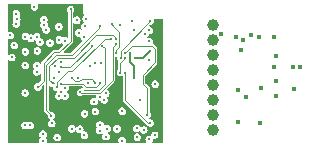
<source format=gbr>
%TF.GenerationSoftware,KiCad,Pcbnew,(7.0.0)*%
%TF.CreationDate,2023-07-05T17:24:14-07:00*%
%TF.ProjectId,Miniscope-v4-Wire-Free,4d696e69-7363-46f7-9065-2d76342d5769,rev?*%
%TF.SameCoordinates,Original*%
%TF.FileFunction,Copper,L4,Inr*%
%TF.FilePolarity,Positive*%
%FSLAX46Y46*%
G04 Gerber Fmt 4.6, Leading zero omitted, Abs format (unit mm)*
G04 Created by KiCad (PCBNEW (7.0.0)) date 2023-07-05 17:24:14*
%MOMM*%
%LPD*%
G01*
G04 APERTURE LIST*
%TA.AperFunction,ComponentPad*%
%ADD10C,1.000000*%
%TD*%
%TA.AperFunction,ViaPad*%
%ADD11C,0.304800*%
%TD*%
%TA.AperFunction,ViaPad*%
%ADD12C,0.254000*%
%TD*%
%TA.AperFunction,ViaPad*%
%ADD13C,0.400000*%
%TD*%
%TA.AperFunction,Conductor*%
%ADD14C,0.101600*%
%TD*%
%TA.AperFunction,Conductor*%
%ADD15C,0.152400*%
%TD*%
G04 APERTURE END LIST*
D10*
%TO.N,+3V3*%
%TO.C,J21*%
X97000000Y-60055000D03*
%TD*%
%TO.N,/I2C_BB_SCL*%
%TO.C,J22*%
X97000000Y-61325000D03*
%TD*%
%TO.N,/IR_REC*%
%TO.C,J24*%
X97000000Y-63865000D03*
%TD*%
%TO.N,/I_LED*%
%TO.C,J25*%
X97000000Y-65135000D03*
%TD*%
%TO.N,+1V8*%
%TO.C,J26*%
X97000000Y-66405000D03*
%TD*%
%TO.N,/nON*%
%TO.C,J27*%
X97000000Y-67675000D03*
%TD*%
%TO.N,/I2C_BB_SDA*%
%TO.C,J23*%
X97000000Y-62595000D03*
%TD*%
%TO.N,GND*%
%TO.C,J12*%
X97000000Y-68945000D03*
%TD*%
D11*
%TO.N,Net-(U1-FB1)*%
X87808100Y-66367500D03*
%TO.N,Net-(U1-FB2)*%
X90857000Y-66367500D03*
%TO.N,Net-(D2-K)*%
X82191800Y-65254200D03*
D12*
X84960400Y-58701000D03*
D11*
%TO.N,Net-(U1-SW1)*%
X87945402Y-69462600D03*
%TO.N,Net-(U1-SW2)*%
X90614100Y-69513400D03*
%TO.N,Net-(U6B-VSW)*%
X91615200Y-61410790D03*
%TO.N,Net-(U1-PROG)*%
X87449600Y-68480000D03*
%TO.N,GND*%
X81051000Y-68497400D03*
X83349700Y-68357700D03*
X85474133Y-59612893D03*
X81114500Y-65779600D03*
X92060200Y-69335600D03*
D13*
X99140000Y-68270000D03*
X102200000Y-63590000D03*
D11*
X83957611Y-64010396D03*
D13*
X103820000Y-63550000D03*
X100980000Y-68300000D03*
D11*
X83210000Y-61537800D03*
D13*
X102210000Y-61070000D03*
X99819400Y-66125600D03*
D11*
X81571700Y-61131400D03*
X83556203Y-64504598D03*
X86446800Y-64941400D03*
X83932200Y-66033600D03*
D13*
X99370000Y-62120000D03*
X104410000Y-63580000D03*
D11*
X86131000Y-67544900D03*
X82625800Y-69275800D03*
X85032200Y-68810200D03*
X82090200Y-63476200D03*
X91615200Y-69707000D03*
X83946500Y-60170600D03*
X88417000Y-59963000D03*
X83819600Y-69551500D03*
X81889200Y-58464400D03*
X85722400Y-68835600D03*
X81127200Y-62274400D03*
X89318700Y-67316300D03*
X90282200Y-64535000D03*
X82079700Y-63988900D03*
D12*
X89982200Y-62398200D03*
X88782200Y-62398200D03*
D11*
%TO.N,/SD_DAT2*%
X79844500Y-60890100D03*
%TO.N,/SD_DAT3*%
X80187400Y-61741000D03*
%TO.N,/SD_DAT0*%
X82067000Y-61017100D03*
%TO.N,/SD_CMD*%
X79971500Y-62769700D03*
%TO.N,/SD_CLK*%
X81130607Y-61000993D03*
%TO.N,/SD_DAT1*%
X80352500Y-59937600D03*
%TO.N,/USB_VBUS*%
X86933200Y-66502800D03*
%TO.N,/SWCLK*%
X86154200Y-60123400D03*
%TO.N,/SWDIO*%
X86116600Y-61029800D03*
%TO.N,+1V8*%
X91676198Y-62223610D03*
D13*
X100860800Y-61045600D03*
D11*
X81508200Y-68522800D03*
X81114500Y-63447200D03*
X82706100Y-60017900D03*
X91676174Y-59683600D03*
X84465600Y-66006475D03*
X84160800Y-63595200D03*
X88021597Y-68785053D03*
X82143200Y-62210900D03*
X91145275Y-68904400D03*
D13*
X102350000Y-62640000D03*
D11*
X85664425Y-60683005D03*
X87920000Y-65805000D03*
D12*
X86726200Y-61766400D03*
X89182200Y-62798200D03*
X90383800Y-62798200D03*
D11*
%TO.N,/SPI1_MOSI*%
X83451300Y-64966800D03*
D12*
X88782200Y-61198200D03*
D11*
%TO.N,/SPI1_MISO*%
X83787717Y-65298375D03*
D12*
X88382200Y-61198200D03*
%TO.N,/SPI1_SCK*%
X88782200Y-61598200D03*
X85787754Y-65731537D03*
%TO.N,/SPI1_NSS*%
X87640600Y-61791800D03*
D11*
%TO.N,/SDMMC1_D0*%
X82884880Y-60430360D03*
%TO.N,/SDMMC1_D1*%
X83982160Y-61273640D03*
X82675813Y-59581213D03*
%TO.N,/SDMMC1_D3*%
X80365202Y-59074000D03*
X84454600Y-61359968D03*
%TO.N,/SDMMC1_CMD*%
X80377900Y-59505800D03*
%TO.N,/SDMMC1_CK*%
X82346400Y-61461600D03*
%TO.N,+3V3*%
X83946500Y-60720600D03*
X81216100Y-67684600D03*
D13*
X99133600Y-65490600D03*
D11*
X80035000Y-63950800D03*
X81114500Y-62833200D03*
X91424700Y-64644610D03*
X83792000Y-67802000D03*
X82259295Y-65741708D03*
X83311500Y-60720600D03*
D13*
X98930400Y-61020200D03*
D11*
X83652687Y-65681699D03*
D12*
X81813000Y-60077300D03*
X83946600Y-59416900D03*
X83551200Y-61995000D03*
X92365000Y-60039200D03*
D11*
X83300000Y-69880000D03*
D13*
%TO.N,/EWL_1*%
X102300000Y-65990000D03*
%TO.N,/EWL_2*%
X102299996Y-64770000D03*
D11*
%TO.N,/LED_PWM*%
X91245317Y-60771100D03*
%TO.N,VDC*%
X89307600Y-69800400D03*
X82625800Y-69830900D03*
X87043200Y-67349700D03*
%TO.N,/ENT*%
X90290855Y-60437692D03*
%TO.N,/VDD_PIX*%
X85546000Y-64489600D03*
X83627400Y-63519002D03*
%TO.N,/VDDA*%
X89129800Y-60025800D03*
%TO.N,/RESET_N*%
X84480000Y-65346075D03*
X86614267Y-63531700D03*
%TO.N,/TRIGGER0*%
X84165513Y-65676275D03*
X87550000Y-63250000D03*
%TO.N,/MONITOR0*%
X83330000Y-67690000D03*
D12*
X87475000Y-60072600D03*
D11*
%TO.N,/BAT+*%
X86125873Y-69346527D03*
D13*
%TO.N,/IR_REC*%
X101110000Y-65340000D03*
D11*
%TO.N,/XIN32*%
X91628400Y-60466300D03*
%TO.N,/XOUT32*%
X90167400Y-59640800D03*
%TO.N,/VDDCORE*%
X91589800Y-62993600D03*
%TO.N,/nRESET*%
X87437400Y-66084400D03*
%TO.N,/CLK1_OUT*%
X84150000Y-63150000D03*
X87058100Y-63224392D03*
D12*
%TO.N,/PCC_DATA5*%
X89153600Y-64042800D03*
X89582200Y-62798200D03*
D11*
%TO.N,/ADC0*%
X90536200Y-68776800D03*
%TO.N,/PCC_DATA7*%
X84175200Y-65002360D03*
D12*
X87462800Y-64921080D03*
%TO.N,/PCC_DATA6*%
X85048960Y-64494360D03*
X87056400Y-64916000D03*
D13*
%TO.N,/I2C_BB_SDA*%
X100238009Y-60867800D03*
%TO.N,/I2C_BB_SCL*%
X99565419Y-61285419D03*
%TO.N,/I_LED*%
X103900000Y-65410000D03*
D11*
X92123196Y-65025600D03*
%TO.N,/UART_RX*%
X91704600Y-68319600D03*
D12*
X89557454Y-64106237D03*
D11*
%TO.N,/UART_TX*%
X91441871Y-67629458D03*
D12*
X89582200Y-62398200D03*
D11*
%TO.N,/SD_DET*%
X86281200Y-59488402D03*
D13*
%TO.N,/nON*%
X97700000Y-60740000D03*
D11*
%TO.N,/nCHRG*%
X88872000Y-68810200D03*
X87398800Y-68962600D03*
%TD*%
D14*
%TO.N,Net-(D2-K)*%
X84960400Y-61373200D02*
X84008400Y-62325200D01*
X84008400Y-62325200D02*
X83576600Y-62325200D01*
X83576600Y-62325200D02*
X82662200Y-63239600D01*
X82662200Y-64783800D02*
X82191800Y-65254200D01*
X84960400Y-58701000D02*
X84960400Y-61373200D01*
X82662200Y-63239600D02*
X82662200Y-64783800D01*
%TO.N,GND*%
X89063000Y-60609000D02*
X88569399Y-60115399D01*
X88569399Y-60115399D02*
X88417000Y-59963000D01*
D15*
X89982200Y-62398200D02*
X89982200Y-63168200D01*
D14*
X88782200Y-62398200D02*
X88782200Y-62129178D01*
X88782200Y-62129178D02*
X89063000Y-61848378D01*
D15*
X89982200Y-63168200D02*
X90282200Y-63468200D01*
D14*
X89063000Y-61848378D02*
X89063000Y-60609000D01*
D15*
X90282200Y-63468200D02*
X90282200Y-64535000D01*
D14*
%TO.N,+1V8*%
X86726200Y-61766400D02*
X84897400Y-63595200D01*
X89182200Y-62798200D02*
X89182200Y-62177574D01*
X89182200Y-62177574D02*
X91676174Y-59683600D01*
D15*
X91101608Y-62798200D02*
X90383800Y-62798200D01*
D14*
X84897400Y-63595200D02*
X84160800Y-63595200D01*
D15*
X91101608Y-62798200D02*
X91676198Y-62223610D01*
D14*
%TO.N,/SPI1_MOSI*%
X83144800Y-63488694D02*
X83144800Y-64660300D01*
X88782200Y-61155400D02*
X88504200Y-60877400D01*
X83144800Y-64660300D02*
X83451300Y-64966800D01*
X88782200Y-61198200D02*
X88782200Y-61155400D01*
X83546806Y-64966800D02*
X83451300Y-64966800D01*
X88504200Y-60877400D02*
X87132600Y-60877400D01*
X85227600Y-62782400D02*
X83851094Y-62782400D01*
X83851094Y-62782400D02*
X83144800Y-63488694D01*
X87132600Y-60877400D02*
X85227600Y-62782400D01*
%TO.N,/SPI1_MISO*%
X88382200Y-61198200D02*
X87827800Y-61198200D01*
X84712827Y-63925400D02*
X83787717Y-64850510D01*
X85100600Y-63925400D02*
X84712827Y-63925400D01*
X83787717Y-64850510D02*
X83787717Y-65298375D01*
X87827800Y-61198200D02*
X85100600Y-63925400D01*
%TO.N,/SPI1_SCK*%
X88502799Y-61877601D02*
X88502799Y-64663401D01*
X88502799Y-64663401D02*
X87416200Y-65750000D01*
X88782200Y-61598200D02*
X88502799Y-61877601D01*
X87416200Y-65750000D02*
X85800000Y-65750000D01*
%TO.N,/SPI1_NSS*%
X87854801Y-62006001D02*
X87640600Y-61791800D01*
X87854801Y-64981199D02*
X87854801Y-62006001D01*
X87335789Y-65500211D02*
X87854801Y-64981199D01*
X86050000Y-65500000D02*
X86050211Y-65500211D01*
X86050211Y-65500211D02*
X87335789Y-65500211D01*
%TO.N,+3V3*%
X83602000Y-61944200D02*
X83602000Y-61065100D01*
D15*
X91424700Y-64644610D02*
X92365000Y-63704310D01*
D14*
X83551200Y-61995000D02*
X83602000Y-61944200D01*
D15*
X83729000Y-59175600D02*
X83957600Y-59404200D01*
X81813000Y-60077300D02*
X81813000Y-59859648D01*
X82497048Y-59175600D02*
X83729000Y-59175600D01*
X92365000Y-63704310D02*
X92365000Y-60039200D01*
X81813000Y-59859648D02*
X82497048Y-59175600D01*
D14*
X83602000Y-61065100D02*
X83946500Y-60720600D01*
%TO.N,/MONITOR0*%
X87348001Y-60199599D02*
X87348001Y-60280999D01*
X87348001Y-60280999D02*
X85075200Y-62553800D01*
X87475000Y-60072600D02*
X87348001Y-60199599D01*
X85075200Y-62553800D02*
X83703600Y-62553800D01*
X83177601Y-67537601D02*
X83330000Y-67690000D01*
X82890800Y-67250800D02*
X83177601Y-67537601D01*
X83703600Y-62553800D02*
X82890800Y-63366600D01*
X82890800Y-63366600D02*
X82890800Y-67250800D01*
%TO.N,/PCC_DATA5*%
X89153600Y-63226800D02*
X89582200Y-62798200D01*
X89153600Y-64042800D02*
X89153600Y-63226800D01*
%TO.N,/PCC_DATA7*%
X86025160Y-65002360D02*
X86294400Y-65271600D01*
X84175200Y-65002360D02*
X86025160Y-65002360D01*
X86294400Y-65271600D02*
X87112280Y-65271600D01*
X87112280Y-65271600D02*
X87462800Y-64921080D01*
%TO.N,/PCC_DATA6*%
X87056400Y-64916000D02*
X86726200Y-64585800D01*
X85692305Y-64794401D02*
X85349001Y-64794401D01*
X85900906Y-64585800D02*
X85692305Y-64794401D01*
X86726200Y-64585800D02*
X85900906Y-64585800D01*
X85349001Y-64794401D02*
X85048960Y-64494360D01*
%TO.N,/UART_RX*%
X89557454Y-66387980D02*
X91489074Y-68319600D01*
X91489074Y-68319600D02*
X91704600Y-68319600D01*
X89557454Y-64106237D02*
X89557454Y-66387980D01*
%TO.N,/UART_TX*%
X91069600Y-64230200D02*
X91069600Y-65014497D01*
X90163200Y-61817200D02*
X91857000Y-61817200D01*
X89582200Y-62398200D02*
X90163200Y-61817200D01*
X91069600Y-65014497D02*
X91441871Y-65386768D01*
X92111000Y-62071200D02*
X92111000Y-63188800D01*
X92111000Y-63188800D02*
X91069600Y-64230200D01*
X91441871Y-65386768D02*
X91441871Y-67629458D01*
X91857000Y-61817200D02*
X92111000Y-62071200D01*
%TD*%
%TA.AperFunction,Conductor*%
%TO.N,+3V3*%
G36*
X81581498Y-58261651D02*
G01*
X81598531Y-58291153D01*
X81592615Y-58324698D01*
X81585370Y-58337247D01*
X81579643Y-58347166D01*
X81579641Y-58347169D01*
X81577466Y-58350938D01*
X81557460Y-58464400D01*
X81577466Y-58577862D01*
X81635072Y-58677638D01*
X81638404Y-58680434D01*
X81638406Y-58680436D01*
X81662914Y-58701000D01*
X81723330Y-58751695D01*
X81831594Y-58791100D01*
X81942447Y-58791100D01*
X81946806Y-58791100D01*
X82055070Y-58751695D01*
X82143328Y-58677638D01*
X82200934Y-58577862D01*
X82220940Y-58464400D01*
X82200934Y-58350938D01*
X82185784Y-58324698D01*
X82179869Y-58291153D01*
X82196902Y-58261651D01*
X82228913Y-58250000D01*
X85950200Y-58250000D01*
X85985414Y-58264586D01*
X86000000Y-58299800D01*
X86000000Y-59000000D01*
X86007004Y-59007004D01*
X86124372Y-59124372D01*
X86138201Y-59150937D01*
X86134294Y-59180629D01*
X86115633Y-59200996D01*
X86115330Y-59201107D01*
X86112000Y-59203900D01*
X86111995Y-59203904D01*
X86030406Y-59272365D01*
X86030401Y-59272369D01*
X86027072Y-59275164D01*
X86024896Y-59278932D01*
X86024895Y-59278934D01*
X85971645Y-59371165D01*
X85971644Y-59371167D01*
X85969466Y-59374940D01*
X85968709Y-59379230D01*
X85968709Y-59379232D01*
X85953767Y-59463976D01*
X85949460Y-59488402D01*
X85969466Y-59601864D01*
X86027072Y-59701640D01*
X86030404Y-59704436D01*
X86030406Y-59704438D01*
X86061043Y-59730145D01*
X86078075Y-59759646D01*
X86072160Y-59793194D01*
X86046065Y-59815091D01*
X85992424Y-59834614D01*
X85992419Y-59834616D01*
X85988330Y-59836105D01*
X85984993Y-59838904D01*
X85984991Y-59838906D01*
X85903406Y-59907363D01*
X85903401Y-59907367D01*
X85900072Y-59910162D01*
X85897896Y-59913930D01*
X85897895Y-59913932D01*
X85844645Y-60006163D01*
X85844644Y-60006165D01*
X85842466Y-60009938D01*
X85841709Y-60014228D01*
X85841709Y-60014230D01*
X85833387Y-60061430D01*
X85822460Y-60123400D01*
X85842466Y-60236862D01*
X85844645Y-60240636D01*
X85893946Y-60326028D01*
X85900192Y-60357428D01*
X85886032Y-60386142D01*
X85857318Y-60400302D01*
X85830560Y-60394979D01*
X85830295Y-60395710D01*
X85726126Y-60357795D01*
X85726123Y-60357794D01*
X85722031Y-60356305D01*
X85606819Y-60356305D01*
X85602727Y-60357794D01*
X85602723Y-60357795D01*
X85502649Y-60394219D01*
X85502644Y-60394221D01*
X85498555Y-60395710D01*
X85495218Y-60398509D01*
X85495216Y-60398511D01*
X85413631Y-60466968D01*
X85413626Y-60466972D01*
X85410297Y-60469767D01*
X85408121Y-60473535D01*
X85408120Y-60473537D01*
X85354870Y-60565768D01*
X85354869Y-60565770D01*
X85352691Y-60569543D01*
X85351934Y-60573833D01*
X85351934Y-60573835D01*
X85342592Y-60626816D01*
X85332685Y-60683005D01*
X85352691Y-60796467D01*
X85410297Y-60896243D01*
X85413629Y-60899039D01*
X85413631Y-60899041D01*
X85465695Y-60942727D01*
X85498555Y-60970300D01*
X85606819Y-61009705D01*
X85717670Y-61009705D01*
X85722031Y-61009705D01*
X85726132Y-61008211D01*
X85730350Y-61007468D01*
X85756032Y-61009713D01*
X85777150Y-61024499D01*
X85788045Y-61047864D01*
X85804108Y-61138968D01*
X85804109Y-61138972D01*
X85804866Y-61143262D01*
X85862472Y-61243038D01*
X85865804Y-61245834D01*
X85865806Y-61245836D01*
X85874709Y-61253306D01*
X85948844Y-61315513D01*
X85964105Y-61337997D01*
X85965291Y-61365146D01*
X85952047Y-61388875D01*
X85005410Y-62335514D01*
X84989254Y-62346309D01*
X84970196Y-62350100D01*
X84391804Y-62350100D01*
X84356590Y-62335514D01*
X84342004Y-62300300D01*
X84356590Y-62265086D01*
X85073980Y-61547694D01*
X85081260Y-61542528D01*
X85081228Y-61542488D01*
X85085614Y-61538989D01*
X85090671Y-61536555D01*
X85110794Y-61511319D01*
X85114500Y-61507173D01*
X85120668Y-61501007D01*
X85125303Y-61493629D01*
X85128530Y-61489081D01*
X85148648Y-61463855D01*
X85149896Y-61458385D01*
X85152332Y-61453328D01*
X85152379Y-61453350D01*
X85152824Y-61452275D01*
X85152774Y-61452258D01*
X85154627Y-61446961D01*
X85157614Y-61442209D01*
X85161225Y-61410147D01*
X85162158Y-61404659D01*
X85164100Y-61396154D01*
X85164100Y-61387440D01*
X85164413Y-61381864D01*
X85164415Y-61381842D01*
X85168025Y-61349806D01*
X85166170Y-61344506D01*
X85165543Y-61338935D01*
X85165595Y-61338929D01*
X85164100Y-61330129D01*
X85164100Y-59886018D01*
X85177677Y-59851843D01*
X85211004Y-59836302D01*
X85245911Y-59847869D01*
X85279365Y-59875940D01*
X85308263Y-59900188D01*
X85416527Y-59939593D01*
X85527380Y-59939593D01*
X85531739Y-59939593D01*
X85640003Y-59900188D01*
X85728261Y-59826131D01*
X85785867Y-59726355D01*
X85805873Y-59612893D01*
X85785867Y-59499431D01*
X85728261Y-59399655D01*
X85724927Y-59396858D01*
X85724926Y-59396856D01*
X85643341Y-59328399D01*
X85640003Y-59325598D01*
X85635910Y-59324108D01*
X85635908Y-59324107D01*
X85535834Y-59287683D01*
X85535831Y-59287682D01*
X85531739Y-59286193D01*
X85416527Y-59286193D01*
X85412435Y-59287682D01*
X85412431Y-59287683D01*
X85312357Y-59324107D01*
X85312352Y-59324109D01*
X85308263Y-59325598D01*
X85304926Y-59328397D01*
X85304924Y-59328399D01*
X85245911Y-59377917D01*
X85211004Y-59389484D01*
X85177677Y-59373943D01*
X85164100Y-59339768D01*
X85164100Y-58946617D01*
X85168766Y-58925570D01*
X85181888Y-58908468D01*
X85194770Y-58897660D01*
X85247897Y-58805640D01*
X85266348Y-58701000D01*
X85247897Y-58596360D01*
X85194770Y-58504340D01*
X85191436Y-58501543D01*
X85191435Y-58501541D01*
X85116711Y-58438841D01*
X85116710Y-58438840D01*
X85113374Y-58436041D01*
X85109284Y-58434552D01*
X85109280Y-58434550D01*
X85017622Y-58401190D01*
X85017619Y-58401189D01*
X85013527Y-58399700D01*
X84907273Y-58399700D01*
X84903181Y-58401189D01*
X84903177Y-58401190D01*
X84811519Y-58434550D01*
X84811512Y-58434553D01*
X84807426Y-58436041D01*
X84804091Y-58438839D01*
X84804088Y-58438841D01*
X84729364Y-58501541D01*
X84729359Y-58501545D01*
X84726030Y-58504340D01*
X84723854Y-58508108D01*
X84723853Y-58508110D01*
X84680444Y-58583299D01*
X84672903Y-58596360D01*
X84654452Y-58701000D01*
X84672903Y-58805640D01*
X84726030Y-58897660D01*
X84738911Y-58908468D01*
X84752034Y-58925570D01*
X84756700Y-58946617D01*
X84756700Y-61080187D01*
X84743123Y-61114362D01*
X84709796Y-61129903D01*
X84674889Y-61118336D01*
X84674761Y-61118229D01*
X84620470Y-61072673D01*
X84616377Y-61071183D01*
X84616375Y-61071182D01*
X84516301Y-61034758D01*
X84516298Y-61034757D01*
X84512206Y-61033268D01*
X84396994Y-61033268D01*
X84392902Y-61034757D01*
X84392898Y-61034758D01*
X84288730Y-61072673D01*
X84287990Y-61070641D01*
X84262750Y-61075048D01*
X84236657Y-61059961D01*
X84236288Y-61060402D01*
X84148030Y-60986345D01*
X84143937Y-60984855D01*
X84143935Y-60984854D01*
X84043861Y-60948430D01*
X84043858Y-60948429D01*
X84039766Y-60946940D01*
X83924554Y-60946940D01*
X83920462Y-60948429D01*
X83920458Y-60948430D01*
X83820384Y-60984854D01*
X83820379Y-60984856D01*
X83816290Y-60986345D01*
X83812953Y-60989144D01*
X83812951Y-60989146D01*
X83731366Y-61057603D01*
X83731361Y-61057607D01*
X83728032Y-61060402D01*
X83725856Y-61064170D01*
X83725855Y-61064172D01*
X83672605Y-61156403D01*
X83672604Y-61156405D01*
X83670426Y-61160178D01*
X83669669Y-61164468D01*
X83669669Y-61164470D01*
X83660895Y-61214231D01*
X83650420Y-61273640D01*
X83651177Y-61277933D01*
X83664312Y-61352430D01*
X83670426Y-61387102D01*
X83728032Y-61486878D01*
X83731364Y-61489674D01*
X83731366Y-61489676D01*
X83772573Y-61524252D01*
X83816290Y-61560935D01*
X83924554Y-61600340D01*
X84035407Y-61600340D01*
X84039766Y-61600340D01*
X84148030Y-61560935D01*
X84148787Y-61563014D01*
X84173888Y-61558537D01*
X84200100Y-61573649D01*
X84200472Y-61573206D01*
X84203810Y-61576007D01*
X84203812Y-61576009D01*
X84240236Y-61606572D01*
X84288730Y-61647263D01*
X84292825Y-61648753D01*
X84292828Y-61648755D01*
X84295577Y-61649756D01*
X84320929Y-61670409D01*
X84328006Y-61702334D01*
X84313757Y-61731766D01*
X83938610Y-62106914D01*
X83922454Y-62117709D01*
X83903396Y-62121500D01*
X83619671Y-62121500D01*
X83610870Y-62120004D01*
X83610865Y-62120057D01*
X83605292Y-62119428D01*
X83599994Y-62117575D01*
X83594418Y-62118203D01*
X83594416Y-62118203D01*
X83567936Y-62121187D01*
X83562360Y-62121500D01*
X83553646Y-62121500D01*
X83550924Y-62122121D01*
X83550916Y-62122122D01*
X83545144Y-62123439D01*
X83539648Y-62124373D01*
X83513166Y-62127357D01*
X83513162Y-62127358D01*
X83507591Y-62127986D01*
X83502839Y-62130970D01*
X83497547Y-62132823D01*
X83497530Y-62132774D01*
X83496445Y-62133224D01*
X83496468Y-62133270D01*
X83491416Y-62135702D01*
X83485945Y-62136952D01*
X83481559Y-62140449D01*
X83481554Y-62140452D01*
X83460724Y-62157063D01*
X83456177Y-62160290D01*
X83451165Y-62163440D01*
X83451162Y-62163442D01*
X83448793Y-62164931D01*
X83446815Y-62166908D01*
X83446812Y-62166911D01*
X83442620Y-62171102D01*
X83438464Y-62174815D01*
X83417634Y-62191428D01*
X83417632Y-62191429D01*
X83413245Y-62194929D01*
X83410809Y-62199985D01*
X83407313Y-62204370D01*
X83407272Y-62204337D01*
X83402107Y-62211615D01*
X82548615Y-63065107D01*
X82541337Y-63070272D01*
X82541370Y-63070313D01*
X82536985Y-63073809D01*
X82531929Y-63076245D01*
X82528429Y-63080632D01*
X82528428Y-63080634D01*
X82511815Y-63101464D01*
X82508102Y-63105620D01*
X82503911Y-63109812D01*
X82503908Y-63109815D01*
X82501931Y-63111793D01*
X82500442Y-63114162D01*
X82500440Y-63114165D01*
X82497290Y-63119177D01*
X82494063Y-63123724D01*
X82477452Y-63144554D01*
X82477449Y-63144559D01*
X82473952Y-63148945D01*
X82472702Y-63154416D01*
X82470270Y-63159468D01*
X82470224Y-63159445D01*
X82469774Y-63160530D01*
X82469823Y-63160547D01*
X82467970Y-63165839D01*
X82464986Y-63170591D01*
X82464358Y-63176162D01*
X82464357Y-63176166D01*
X82461373Y-63202648D01*
X82460439Y-63208144D01*
X82459122Y-63213916D01*
X82459121Y-63213924D01*
X82458500Y-63216646D01*
X82458500Y-63219441D01*
X82458500Y-63225360D01*
X82458187Y-63230936D01*
X82455788Y-63252232D01*
X82454575Y-63262994D01*
X82455898Y-63266775D01*
X82448569Y-63298203D01*
X82422218Y-63318618D01*
X82388892Y-63317838D01*
X82363526Y-63296213D01*
X82344328Y-63262962D01*
X82340994Y-63260165D01*
X82340993Y-63260163D01*
X82259408Y-63191706D01*
X82256070Y-63188905D01*
X82251977Y-63187415D01*
X82251975Y-63187414D01*
X82151901Y-63150990D01*
X82151898Y-63150989D01*
X82147806Y-63149500D01*
X82032594Y-63149500D01*
X82028502Y-63150989D01*
X82028498Y-63150990D01*
X81928424Y-63187414D01*
X81928419Y-63187416D01*
X81924330Y-63188905D01*
X81920993Y-63191704D01*
X81920991Y-63191706D01*
X81839406Y-63260163D01*
X81839401Y-63260167D01*
X81836072Y-63262962D01*
X81833896Y-63266730D01*
X81833895Y-63266732D01*
X81780645Y-63358963D01*
X81780644Y-63358965D01*
X81778466Y-63362738D01*
X81777709Y-63367028D01*
X81777709Y-63367030D01*
X81770959Y-63405314D01*
X81758460Y-63476200D01*
X81778466Y-63589662D01*
X81780645Y-63593436D01*
X81819328Y-63660438D01*
X81836072Y-63689438D01*
X81839411Y-63692239D01*
X81842210Y-63695575D01*
X81841047Y-63696550D01*
X81852432Y-63713856D01*
X81852435Y-63742424D01*
X81836738Y-63766292D01*
X81828907Y-63772862D01*
X81828902Y-63772867D01*
X81825572Y-63775662D01*
X81823396Y-63779430D01*
X81823395Y-63779432D01*
X81770145Y-63871663D01*
X81770144Y-63871665D01*
X81767966Y-63875438D01*
X81767209Y-63879728D01*
X81767209Y-63879730D01*
X81764176Y-63896934D01*
X81747960Y-63988900D01*
X81767966Y-64102362D01*
X81825572Y-64202138D01*
X81828904Y-64204934D01*
X81828906Y-64204936D01*
X81856287Y-64227911D01*
X81913830Y-64276195D01*
X82022094Y-64315600D01*
X82132947Y-64315600D01*
X82137306Y-64315600D01*
X82245570Y-64276195D01*
X82333828Y-64202138D01*
X82365572Y-64147155D01*
X82389642Y-64126047D01*
X82421589Y-64123953D01*
X82448209Y-64141740D01*
X82458500Y-64172056D01*
X82458500Y-64678796D01*
X82443914Y-64714010D01*
X82245010Y-64912914D01*
X82209796Y-64927500D01*
X82134194Y-64927500D01*
X82130102Y-64928989D01*
X82130098Y-64928990D01*
X82030024Y-64965414D01*
X82030019Y-64965416D01*
X82025930Y-64966905D01*
X82022593Y-64969704D01*
X82022591Y-64969706D01*
X81941006Y-65038163D01*
X81941001Y-65038167D01*
X81937672Y-65040962D01*
X81935496Y-65044730D01*
X81935495Y-65044732D01*
X81882245Y-65136963D01*
X81882244Y-65136965D01*
X81880066Y-65140738D01*
X81879309Y-65145028D01*
X81879309Y-65145030D01*
X81867104Y-65214253D01*
X81860060Y-65254200D01*
X81861317Y-65261329D01*
X81873045Y-65327846D01*
X81880066Y-65367662D01*
X81937672Y-65467438D01*
X81941004Y-65470234D01*
X81941006Y-65470236D01*
X81981959Y-65504599D01*
X82025930Y-65541495D01*
X82134194Y-65580900D01*
X82245047Y-65580900D01*
X82249406Y-65580900D01*
X82357670Y-65541495D01*
X82445928Y-65467438D01*
X82503534Y-65367662D01*
X82523540Y-65254200D01*
X82521496Y-65242608D01*
X82523044Y-65218988D01*
X82535326Y-65198749D01*
X82602087Y-65131990D01*
X82637300Y-65117404D01*
X82672514Y-65131990D01*
X82687100Y-65167204D01*
X82687100Y-67207729D01*
X82685604Y-67216529D01*
X82685657Y-67216535D01*
X82685028Y-67222108D01*
X82683175Y-67227406D01*
X82683803Y-67232981D01*
X82683803Y-67232983D01*
X82686787Y-67259464D01*
X82687100Y-67265040D01*
X82687100Y-67273754D01*
X82687719Y-67276470D01*
X82687721Y-67276480D01*
X82689039Y-67282252D01*
X82689974Y-67287755D01*
X82692706Y-67312007D01*
X82693586Y-67319809D01*
X82696572Y-67324561D01*
X82698424Y-67329854D01*
X82698374Y-67329871D01*
X82698822Y-67330951D01*
X82698868Y-67330930D01*
X82701303Y-67335987D01*
X82702552Y-67341455D01*
X82706047Y-67345838D01*
X82706049Y-67345841D01*
X82722658Y-67366667D01*
X82725889Y-67371220D01*
X82729042Y-67376238D01*
X82729044Y-67376241D01*
X82730531Y-67378607D01*
X82732507Y-67380583D01*
X82736696Y-67384772D01*
X82740417Y-67388936D01*
X82753631Y-67405506D01*
X82760529Y-67414155D01*
X82765582Y-67416588D01*
X82769972Y-67420089D01*
X82769939Y-67420130D01*
X82777218Y-67425294D01*
X82986473Y-67634549D01*
X82998754Y-67654786D01*
X83000303Y-67678407D01*
X82999016Y-67685707D01*
X82999016Y-67685712D01*
X82998260Y-67690000D01*
X82999016Y-67694288D01*
X82999016Y-67694291D01*
X83017509Y-67799169D01*
X83018266Y-67803462D01*
X83075872Y-67903238D01*
X83079204Y-67906034D01*
X83079206Y-67906036D01*
X83108017Y-67930211D01*
X83164130Y-67977295D01*
X83171091Y-67979828D01*
X83175696Y-67981505D01*
X83203166Y-68005949D01*
X83206375Y-68042579D01*
X83184600Y-68070124D01*
X83183830Y-68070405D01*
X83180500Y-68073198D01*
X83180495Y-68073202D01*
X83098906Y-68141663D01*
X83098901Y-68141667D01*
X83095572Y-68144462D01*
X83093396Y-68148230D01*
X83093395Y-68148232D01*
X83040145Y-68240463D01*
X83040144Y-68240465D01*
X83037966Y-68244238D01*
X83017960Y-68357700D01*
X83037966Y-68471162D01*
X83095572Y-68570938D01*
X83098904Y-68573734D01*
X83098906Y-68573736D01*
X83138424Y-68606895D01*
X83183830Y-68644995D01*
X83292094Y-68684400D01*
X83402947Y-68684400D01*
X83407306Y-68684400D01*
X83515570Y-68644995D01*
X83603828Y-68570938D01*
X83661434Y-68471162D01*
X83681440Y-68357700D01*
X83661434Y-68244238D01*
X83603828Y-68144462D01*
X83600494Y-68141665D01*
X83600493Y-68141663D01*
X83518908Y-68073206D01*
X83515570Y-68070405D01*
X83511478Y-68068915D01*
X83511470Y-68068911D01*
X83504001Y-68066193D01*
X83476531Y-68041746D01*
X83473326Y-68005114D01*
X83495102Y-67977574D01*
X83495870Y-67977295D01*
X83584128Y-67903238D01*
X83641734Y-67803462D01*
X83661740Y-67690000D01*
X83641734Y-67576538D01*
X83623468Y-67544900D01*
X85799260Y-67544900D01*
X85800017Y-67549193D01*
X85814926Y-67633751D01*
X85819266Y-67658362D01*
X85876872Y-67758138D01*
X85880204Y-67760934D01*
X85880206Y-67760936D01*
X85925771Y-67799169D01*
X85965130Y-67832195D01*
X86073394Y-67871600D01*
X86184247Y-67871600D01*
X86188606Y-67871600D01*
X86296870Y-67832195D01*
X86385128Y-67758138D01*
X86442734Y-67658362D01*
X86462740Y-67544900D01*
X86442734Y-67431438D01*
X86395542Y-67349700D01*
X86711460Y-67349700D01*
X86715345Y-67371731D01*
X86722695Y-67413421D01*
X86731466Y-67463162D01*
X86789072Y-67562938D01*
X86792404Y-67565734D01*
X86792406Y-67565736D01*
X86828439Y-67595971D01*
X86877330Y-67636995D01*
X86985594Y-67676400D01*
X87096447Y-67676400D01*
X87100806Y-67676400D01*
X87209070Y-67636995D01*
X87297328Y-67562938D01*
X87354934Y-67463162D01*
X87374940Y-67349700D01*
X87369051Y-67316300D01*
X88986960Y-67316300D01*
X89006966Y-67429762D01*
X89064572Y-67529538D01*
X89067904Y-67532334D01*
X89067906Y-67532336D01*
X89104377Y-67562938D01*
X89152830Y-67603595D01*
X89261094Y-67643000D01*
X89371947Y-67643000D01*
X89376306Y-67643000D01*
X89484570Y-67603595D01*
X89572828Y-67529538D01*
X89630434Y-67429762D01*
X89650440Y-67316300D01*
X89630434Y-67202838D01*
X89572828Y-67103062D01*
X89569494Y-67100265D01*
X89569493Y-67100263D01*
X89487908Y-67031806D01*
X89484570Y-67029005D01*
X89480477Y-67027515D01*
X89480475Y-67027514D01*
X89380401Y-66991090D01*
X89380398Y-66991089D01*
X89376306Y-66989600D01*
X89261094Y-66989600D01*
X89257002Y-66991089D01*
X89256998Y-66991090D01*
X89156924Y-67027514D01*
X89156919Y-67027516D01*
X89152830Y-67029005D01*
X89149493Y-67031804D01*
X89149491Y-67031806D01*
X89067906Y-67100263D01*
X89067901Y-67100267D01*
X89064572Y-67103062D01*
X89062396Y-67106830D01*
X89062395Y-67106832D01*
X89009145Y-67199063D01*
X89009144Y-67199065D01*
X89006966Y-67202838D01*
X89006209Y-67207128D01*
X89006209Y-67207130D01*
X88996815Y-67260406D01*
X88986960Y-67316300D01*
X87369051Y-67316300D01*
X87354934Y-67236238D01*
X87297328Y-67136462D01*
X87293994Y-67133665D01*
X87293993Y-67133663D01*
X87212408Y-67065206D01*
X87209070Y-67062405D01*
X87204977Y-67060915D01*
X87204975Y-67060914D01*
X87104901Y-67024490D01*
X87104898Y-67024489D01*
X87100806Y-67023000D01*
X86985594Y-67023000D01*
X86981502Y-67024489D01*
X86981498Y-67024490D01*
X86881424Y-67060914D01*
X86881419Y-67060916D01*
X86877330Y-67062405D01*
X86873993Y-67065204D01*
X86873991Y-67065206D01*
X86792406Y-67133663D01*
X86792401Y-67133667D01*
X86789072Y-67136462D01*
X86786896Y-67140230D01*
X86786895Y-67140232D01*
X86733645Y-67232463D01*
X86733644Y-67232465D01*
X86731466Y-67236238D01*
X86730709Y-67240528D01*
X86730709Y-67240530D01*
X86725344Y-67270959D01*
X86711460Y-67349700D01*
X86395542Y-67349700D01*
X86385128Y-67331662D01*
X86381794Y-67328865D01*
X86381793Y-67328863D01*
X86300208Y-67260406D01*
X86296870Y-67257605D01*
X86292777Y-67256115D01*
X86292775Y-67256114D01*
X86192701Y-67219690D01*
X86192698Y-67219689D01*
X86188606Y-67218200D01*
X86073394Y-67218200D01*
X86069302Y-67219689D01*
X86069298Y-67219690D01*
X85969224Y-67256114D01*
X85969219Y-67256116D01*
X85965130Y-67257605D01*
X85961793Y-67260404D01*
X85961791Y-67260406D01*
X85880206Y-67328863D01*
X85880201Y-67328867D01*
X85876872Y-67331662D01*
X85874696Y-67335430D01*
X85874695Y-67335432D01*
X85821445Y-67427663D01*
X85821444Y-67427665D01*
X85819266Y-67431438D01*
X85818509Y-67435728D01*
X85818509Y-67435730D01*
X85805022Y-67512221D01*
X85799260Y-67544900D01*
X83623468Y-67544900D01*
X83584128Y-67476762D01*
X83580794Y-67473965D01*
X83580793Y-67473963D01*
X83499208Y-67405506D01*
X83495870Y-67402705D01*
X83491777Y-67401215D01*
X83491775Y-67401214D01*
X83391701Y-67364790D01*
X83391698Y-67364789D01*
X83387606Y-67363300D01*
X83383247Y-67363300D01*
X83312004Y-67363300D01*
X83276790Y-67348714D01*
X83109086Y-67181010D01*
X83094500Y-67145796D01*
X83094500Y-65188061D01*
X83104791Y-65157745D01*
X83131411Y-65139958D01*
X83163358Y-65142052D01*
X83187428Y-65163161D01*
X83197172Y-65180038D01*
X83200504Y-65182834D01*
X83200506Y-65182836D01*
X83237948Y-65214253D01*
X83285430Y-65254095D01*
X83393694Y-65293500D01*
X83413330Y-65293500D01*
X83445341Y-65305151D01*
X83462373Y-65334652D01*
X83471928Y-65388838D01*
X83475983Y-65411837D01*
X83533589Y-65511613D01*
X83536921Y-65514409D01*
X83536923Y-65514411D01*
X83540849Y-65517705D01*
X83621847Y-65585670D01*
X83730111Y-65625075D01*
X83784730Y-65625075D01*
X83819944Y-65639661D01*
X83834172Y-65674011D01*
X83833773Y-65676275D01*
X83834530Y-65680568D01*
X83834530Y-65684923D01*
X83832812Y-65684923D01*
X83828132Y-65711417D01*
X83802043Y-65733305D01*
X83770428Y-65744812D01*
X83770421Y-65744815D01*
X83766330Y-65746305D01*
X83762993Y-65749104D01*
X83762991Y-65749106D01*
X83681406Y-65817563D01*
X83681401Y-65817567D01*
X83678072Y-65820362D01*
X83675896Y-65824130D01*
X83675895Y-65824132D01*
X83622645Y-65916363D01*
X83622644Y-65916365D01*
X83620466Y-65920138D01*
X83619710Y-65924426D01*
X83619709Y-65924430D01*
X83607496Y-65993695D01*
X83600460Y-66033600D01*
X83620466Y-66147062D01*
X83678072Y-66246838D01*
X83681404Y-66249634D01*
X83681406Y-66249636D01*
X83712076Y-66275371D01*
X83766330Y-66320895D01*
X83874594Y-66360300D01*
X83985447Y-66360300D01*
X83989806Y-66360300D01*
X84098070Y-66320895D01*
X84183053Y-66249585D01*
X84215063Y-66237935D01*
X84247072Y-66249585D01*
X84299730Y-66293770D01*
X84407994Y-66333175D01*
X84518847Y-66333175D01*
X84523206Y-66333175D01*
X84631470Y-66293770D01*
X84719728Y-66219713D01*
X84777334Y-66119937D01*
X84797340Y-66006475D01*
X84777334Y-65893013D01*
X84719728Y-65793237D01*
X84716394Y-65790440D01*
X84716393Y-65790438D01*
X84631470Y-65719180D01*
X84632786Y-65717611D01*
X84614631Y-65694655D01*
X84617841Y-65658012D01*
X84639162Y-65639049D01*
X84638002Y-65637039D01*
X84641773Y-65634860D01*
X84645870Y-65633370D01*
X84734128Y-65559313D01*
X84791734Y-65459537D01*
X84811740Y-65346075D01*
X84808386Y-65327054D01*
X84797358Y-65264507D01*
X84800674Y-65236135D01*
X84819036Y-65214253D01*
X84846401Y-65206060D01*
X85920156Y-65206060D01*
X85955370Y-65220646D01*
X85969671Y-65234947D01*
X85983701Y-65262738D01*
X85978486Y-65293431D01*
X85959412Y-65311803D01*
X85959546Y-65311971D01*
X85957771Y-65313385D01*
X85957762Y-65313392D01*
X85955171Y-65315459D01*
X85950116Y-65317894D01*
X85950035Y-65317726D01*
X85947375Y-65319195D01*
X85944127Y-65321235D01*
X85938838Y-65323087D01*
X85934873Y-65327050D01*
X85934869Y-65327054D01*
X85914155Y-65347767D01*
X85909995Y-65351486D01*
X85897962Y-65361083D01*
X85886856Y-65369940D01*
X85884420Y-65374996D01*
X85880924Y-65379381D01*
X85880766Y-65379255D01*
X85879150Y-65381532D01*
X85877049Y-65384875D01*
X85873087Y-65388838D01*
X85870270Y-65396885D01*
X85852084Y-65421052D01*
X85823266Y-65430237D01*
X85734627Y-65430237D01*
X85730535Y-65431726D01*
X85730531Y-65431727D01*
X85638873Y-65465087D01*
X85638866Y-65465090D01*
X85634780Y-65466578D01*
X85631445Y-65469376D01*
X85631442Y-65469378D01*
X85556718Y-65532078D01*
X85556713Y-65532082D01*
X85553384Y-65534877D01*
X85551208Y-65538645D01*
X85551207Y-65538647D01*
X85520542Y-65591762D01*
X85500257Y-65626897D01*
X85499500Y-65631187D01*
X85499500Y-65631189D01*
X85494003Y-65662363D01*
X85481806Y-65731537D01*
X85500257Y-65836177D01*
X85553384Y-65928197D01*
X85556716Y-65930993D01*
X85556718Y-65930995D01*
X85604321Y-65970938D01*
X85634780Y-65996496D01*
X85638871Y-65997985D01*
X85638873Y-65997986D01*
X85650402Y-66002182D01*
X85734627Y-66032837D01*
X85836522Y-66032837D01*
X85840881Y-66032837D01*
X85940728Y-65996496D01*
X85955889Y-65983775D01*
X85977847Y-65965351D01*
X86009857Y-65953700D01*
X87069357Y-65953700D01*
X87096723Y-65961893D01*
X87115084Y-65983775D01*
X87118399Y-66012147D01*
X87105660Y-66084400D01*
X87110296Y-66110693D01*
X87115836Y-66142112D01*
X87109921Y-66175660D01*
X87083826Y-66197557D01*
X87049761Y-66197557D01*
X86994903Y-66177590D01*
X86994896Y-66177588D01*
X86990806Y-66176100D01*
X86875594Y-66176100D01*
X86871502Y-66177589D01*
X86871498Y-66177590D01*
X86771424Y-66214014D01*
X86771419Y-66214016D01*
X86767330Y-66215505D01*
X86763993Y-66218304D01*
X86763991Y-66218306D01*
X86682406Y-66286763D01*
X86682401Y-66286767D01*
X86679072Y-66289562D01*
X86676896Y-66293330D01*
X86676895Y-66293332D01*
X86623645Y-66385563D01*
X86623644Y-66385565D01*
X86621466Y-66389338D01*
X86620709Y-66393628D01*
X86620709Y-66393630D01*
X86606067Y-66476670D01*
X86601460Y-66502800D01*
X86621466Y-66616262D01*
X86679072Y-66716038D01*
X86682404Y-66718834D01*
X86682406Y-66718836D01*
X86734470Y-66762522D01*
X86767330Y-66790095D01*
X86875594Y-66829500D01*
X86986447Y-66829500D01*
X86990806Y-66829500D01*
X87099070Y-66790095D01*
X87187328Y-66716038D01*
X87244934Y-66616262D01*
X87264940Y-66502800D01*
X87254763Y-66445084D01*
X87260678Y-66411539D01*
X87286773Y-66389642D01*
X87320839Y-66389642D01*
X87379794Y-66411100D01*
X87442261Y-66411100D01*
X87474272Y-66422751D01*
X87491304Y-66452253D01*
X87494103Y-66468131D01*
X87496366Y-66480962D01*
X87553972Y-66580738D01*
X87557304Y-66583534D01*
X87557306Y-66583536D01*
X87591192Y-66611969D01*
X87642230Y-66654795D01*
X87750494Y-66694200D01*
X87861347Y-66694200D01*
X87865706Y-66694200D01*
X87973970Y-66654795D01*
X88062228Y-66580738D01*
X88119834Y-66480962D01*
X88139840Y-66367500D01*
X88119834Y-66254038D01*
X88065826Y-66160495D01*
X88059155Y-66135594D01*
X88065829Y-66110693D01*
X88083291Y-66093233D01*
X88085870Y-66092295D01*
X88174128Y-66018238D01*
X88231734Y-65918462D01*
X88251740Y-65805000D01*
X88231734Y-65691538D01*
X88174128Y-65591762D01*
X88170794Y-65588965D01*
X88170793Y-65588963D01*
X88089208Y-65520506D01*
X88085870Y-65517705D01*
X88081778Y-65516215D01*
X88081770Y-65516211D01*
X88049866Y-65504599D01*
X88024513Y-65483946D01*
X88017436Y-65452021D01*
X88031683Y-65422592D01*
X88616383Y-64837891D01*
X88623659Y-64832730D01*
X88623627Y-64832689D01*
X88628013Y-64829190D01*
X88633070Y-64826756D01*
X88653182Y-64801535D01*
X88656896Y-64797378D01*
X88663068Y-64791208D01*
X88667711Y-64783816D01*
X88670931Y-64779278D01*
X88691047Y-64754056D01*
X88692295Y-64748587D01*
X88694732Y-64743528D01*
X88694779Y-64743550D01*
X88695225Y-64742474D01*
X88695174Y-64742457D01*
X88697026Y-64737162D01*
X88700013Y-64732410D01*
X88703624Y-64700348D01*
X88704557Y-64694860D01*
X88706499Y-64686355D01*
X88706499Y-64677641D01*
X88706812Y-64672065D01*
X88707172Y-64668866D01*
X88710424Y-64640007D01*
X88708569Y-64634707D01*
X88707942Y-64629136D01*
X88707994Y-64629130D01*
X88706499Y-64620330D01*
X88706499Y-62749300D01*
X88721085Y-62714086D01*
X88756299Y-62699500D01*
X88834307Y-62699500D01*
X88861673Y-62707693D01*
X88880034Y-62729576D01*
X88883349Y-62757946D01*
X88876252Y-62798200D01*
X88894703Y-62902840D01*
X88947830Y-62994860D01*
X88951162Y-62997656D01*
X88951164Y-62997658D01*
X88987871Y-63028458D01*
X89005412Y-63061643D01*
X88994854Y-63097469D01*
X88993331Y-63098993D01*
X88991848Y-63101352D01*
X88991844Y-63101358D01*
X88988690Y-63106377D01*
X88985463Y-63110924D01*
X88968852Y-63131754D01*
X88968849Y-63131759D01*
X88965352Y-63136145D01*
X88964102Y-63141616D01*
X88961670Y-63146668D01*
X88961624Y-63146645D01*
X88961174Y-63147730D01*
X88961223Y-63147747D01*
X88959370Y-63153039D01*
X88956386Y-63157791D01*
X88955758Y-63163362D01*
X88955757Y-63163366D01*
X88952773Y-63189848D01*
X88951839Y-63195344D01*
X88950522Y-63201116D01*
X88950521Y-63201124D01*
X88949900Y-63203846D01*
X88949900Y-63206641D01*
X88949900Y-63212560D01*
X88949586Y-63218136D01*
X88945975Y-63250194D01*
X88947828Y-63255492D01*
X88948457Y-63261065D01*
X88948404Y-63261070D01*
X88949900Y-63269871D01*
X88949900Y-63797183D01*
X88945234Y-63818230D01*
X88932111Y-63835331D01*
X88931243Y-63836060D01*
X88922564Y-63843342D01*
X88922562Y-63843343D01*
X88919230Y-63846140D01*
X88917054Y-63849908D01*
X88917053Y-63849910D01*
X88880429Y-63913347D01*
X88866103Y-63938160D01*
X88847652Y-64042800D01*
X88866103Y-64147440D01*
X88919230Y-64239460D01*
X88922562Y-64242256D01*
X88922564Y-64242258D01*
X88962068Y-64275405D01*
X89000626Y-64307759D01*
X89004717Y-64309248D01*
X89004719Y-64309249D01*
X89039099Y-64321762D01*
X89100473Y-64344100D01*
X89202368Y-64344100D01*
X89206727Y-64344100D01*
X89268101Y-64321762D01*
X89286922Y-64314912D01*
X89318237Y-64314001D01*
X89343900Y-64331971D01*
X89353754Y-64361709D01*
X89353754Y-66344909D01*
X89352258Y-66353709D01*
X89352311Y-66353715D01*
X89351682Y-66359288D01*
X89349829Y-66364586D01*
X89350457Y-66370161D01*
X89350457Y-66370163D01*
X89353441Y-66396644D01*
X89353754Y-66402220D01*
X89353754Y-66410934D01*
X89354373Y-66413650D01*
X89354375Y-66413660D01*
X89355693Y-66419432D01*
X89356628Y-66424935D01*
X89358898Y-66445087D01*
X89360240Y-66456989D01*
X89363226Y-66461741D01*
X89365078Y-66467034D01*
X89365028Y-66467051D01*
X89365476Y-66468131D01*
X89365522Y-66468110D01*
X89367957Y-66473167D01*
X89369206Y-66478635D01*
X89372701Y-66483018D01*
X89372703Y-66483021D01*
X89389312Y-66503847D01*
X89392543Y-66508400D01*
X89395696Y-66513418D01*
X89395698Y-66513421D01*
X89397185Y-66515787D01*
X89399161Y-66517763D01*
X89403350Y-66521952D01*
X89407071Y-66526116D01*
X89427183Y-66551335D01*
X89432236Y-66553768D01*
X89436626Y-66557269D01*
X89436593Y-66557310D01*
X89443872Y-66562474D01*
X91314579Y-68433180D01*
X91319745Y-68440461D01*
X91319786Y-68440429D01*
X91323284Y-68444816D01*
X91325719Y-68449871D01*
X91330104Y-68453368D01*
X91330105Y-68453369D01*
X91350941Y-68469986D01*
X91355101Y-68473703D01*
X91359290Y-68477892D01*
X91359293Y-68477894D01*
X91361267Y-68479868D01*
X91368646Y-68484505D01*
X91373189Y-68487728D01*
X91398419Y-68507848D01*
X91403888Y-68509096D01*
X91408946Y-68511532D01*
X91408923Y-68511579D01*
X91410000Y-68512025D01*
X91410018Y-68511975D01*
X91415312Y-68513827D01*
X91420065Y-68516814D01*
X91425641Y-68517442D01*
X91430939Y-68519296D01*
X91429873Y-68522341D01*
X91450297Y-68533045D01*
X91450472Y-68532838D01*
X91453810Y-68535639D01*
X91453812Y-68535641D01*
X91501416Y-68575585D01*
X91538730Y-68606895D01*
X91646994Y-68646300D01*
X91757847Y-68646300D01*
X91762206Y-68646300D01*
X91870470Y-68606895D01*
X91958728Y-68532838D01*
X92016334Y-68433062D01*
X92036340Y-68319600D01*
X92016334Y-68206138D01*
X91958728Y-68106362D01*
X91955394Y-68103565D01*
X91955393Y-68103563D01*
X91873808Y-68035106D01*
X91870470Y-68032305D01*
X91866377Y-68030815D01*
X91866375Y-68030814D01*
X91766301Y-67994390D01*
X91766298Y-67994389D01*
X91762206Y-67992900D01*
X91653817Y-67992900D01*
X91625253Y-67983894D01*
X91607020Y-67960133D01*
X91605714Y-67930211D01*
X91621806Y-67904951D01*
X91695999Y-67842696D01*
X91753605Y-67742920D01*
X91773611Y-67629458D01*
X91753605Y-67515996D01*
X91695999Y-67416220D01*
X91692665Y-67413423D01*
X91692664Y-67413421D01*
X91663360Y-67388833D01*
X91650237Y-67371731D01*
X91645571Y-67350684D01*
X91645571Y-65429839D01*
X91647066Y-65421038D01*
X91647014Y-65421033D01*
X91647641Y-65415461D01*
X91649496Y-65410162D01*
X91645884Y-65378104D01*
X91645571Y-65372528D01*
X91645571Y-65366614D01*
X91645571Y-65363814D01*
X91643632Y-65355319D01*
X91642696Y-65349812D01*
X91639713Y-65323335D01*
X91639085Y-65317760D01*
X91636100Y-65313010D01*
X91634247Y-65307712D01*
X91634296Y-65307694D01*
X91633850Y-65306617D01*
X91633803Y-65306640D01*
X91631367Y-65301582D01*
X91630119Y-65296113D01*
X91610008Y-65270895D01*
X91606777Y-65266341D01*
X91603628Y-65261329D01*
X91603627Y-65261328D01*
X91602140Y-65258961D01*
X91595973Y-65252794D01*
X91592252Y-65248630D01*
X91575640Y-65227799D01*
X91575639Y-65227798D01*
X91572142Y-65223413D01*
X91567087Y-65220978D01*
X91562700Y-65217480D01*
X91562732Y-65217439D01*
X91555453Y-65212274D01*
X91368779Y-65025600D01*
X91791456Y-65025600D01*
X91811462Y-65139062D01*
X91869068Y-65238838D01*
X91872400Y-65241634D01*
X91872402Y-65241636D01*
X91895872Y-65261329D01*
X91957326Y-65312895D01*
X92065590Y-65352300D01*
X92176443Y-65352300D01*
X92180802Y-65352300D01*
X92289066Y-65312895D01*
X92377324Y-65238838D01*
X92434930Y-65139062D01*
X92454936Y-65025600D01*
X92434930Y-64912138D01*
X92377324Y-64812362D01*
X92373990Y-64809565D01*
X92373989Y-64809563D01*
X92295317Y-64743550D01*
X92289066Y-64738305D01*
X92284973Y-64736815D01*
X92284971Y-64736814D01*
X92184897Y-64700390D01*
X92184894Y-64700389D01*
X92180802Y-64698900D01*
X92065590Y-64698900D01*
X92061498Y-64700389D01*
X92061494Y-64700390D01*
X91961420Y-64736814D01*
X91961415Y-64736816D01*
X91957326Y-64738305D01*
X91953989Y-64741104D01*
X91953987Y-64741106D01*
X91872402Y-64809563D01*
X91872397Y-64809567D01*
X91869068Y-64812362D01*
X91866892Y-64816130D01*
X91866891Y-64816132D01*
X91813641Y-64908363D01*
X91813640Y-64908365D01*
X91811462Y-64912138D01*
X91810705Y-64916428D01*
X91810705Y-64916430D01*
X91808369Y-64929680D01*
X91791456Y-65025600D01*
X91368779Y-65025600D01*
X91287886Y-64944707D01*
X91273300Y-64909493D01*
X91273300Y-64335204D01*
X91287886Y-64299990D01*
X91521031Y-64066845D01*
X92224584Y-63363290D01*
X92231860Y-63358129D01*
X92231828Y-63358088D01*
X92236214Y-63354589D01*
X92241271Y-63352155D01*
X92261383Y-63326934D01*
X92265097Y-63322777D01*
X92271269Y-63316607D01*
X92275912Y-63309215D01*
X92279132Y-63304677D01*
X92299248Y-63279455D01*
X92300496Y-63273986D01*
X92302933Y-63268927D01*
X92302980Y-63268949D01*
X92303426Y-63267873D01*
X92303375Y-63267856D01*
X92305227Y-63262561D01*
X92308214Y-63257809D01*
X92311825Y-63225747D01*
X92312758Y-63220259D01*
X92314700Y-63211754D01*
X92314700Y-63203040D01*
X92315013Y-63197464D01*
X92316472Y-63184514D01*
X92318625Y-63165406D01*
X92316770Y-63160106D01*
X92316143Y-63154535D01*
X92316195Y-63154529D01*
X92314700Y-63145729D01*
X92314700Y-62114271D01*
X92316195Y-62105470D01*
X92316143Y-62105465D01*
X92316770Y-62099893D01*
X92318625Y-62094594D01*
X92315013Y-62062536D01*
X92314700Y-62056960D01*
X92314700Y-62051046D01*
X92314700Y-62048246D01*
X92312759Y-62039743D01*
X92311826Y-62034254D01*
X92308214Y-62002191D01*
X92305227Y-61997438D01*
X92303375Y-61992144D01*
X92303425Y-61992126D01*
X92302979Y-61991049D01*
X92302932Y-61991072D01*
X92300496Y-61986014D01*
X92299248Y-61980545D01*
X92279128Y-61955315D01*
X92275902Y-61950768D01*
X92274910Y-61949190D01*
X92271268Y-61943393D01*
X92265104Y-61937229D01*
X92261384Y-61933066D01*
X92244769Y-61912231D01*
X92244768Y-61912230D01*
X92241271Y-61907845D01*
X92236216Y-61905410D01*
X92231829Y-61901912D01*
X92231861Y-61901871D01*
X92224580Y-61896705D01*
X92031494Y-61703618D01*
X92026330Y-61696339D01*
X92026289Y-61696372D01*
X92022788Y-61691982D01*
X92020355Y-61686929D01*
X92015968Y-61683431D01*
X92015968Y-61683430D01*
X91995136Y-61666817D01*
X91990972Y-61663096D01*
X91986783Y-61658907D01*
X91984807Y-61656931D01*
X91982441Y-61655444D01*
X91982438Y-61655442D01*
X91977420Y-61652289D01*
X91972867Y-61649058D01*
X91952041Y-61632449D01*
X91952038Y-61632447D01*
X91947655Y-61628952D01*
X91942187Y-61627703D01*
X91937130Y-61625268D01*
X91937151Y-61625222D01*
X91928911Y-61621809D01*
X91926749Y-61620451D01*
X91904907Y-61590272D01*
X91910114Y-61553383D01*
X91926934Y-61524252D01*
X91946940Y-61410790D01*
X91926934Y-61297328D01*
X91869328Y-61197552D01*
X91865994Y-61194755D01*
X91865993Y-61194753D01*
X91784408Y-61126296D01*
X91781070Y-61123495D01*
X91776977Y-61122005D01*
X91776975Y-61122004D01*
X91676901Y-61085580D01*
X91676898Y-61085579D01*
X91672806Y-61084090D01*
X91557594Y-61084090D01*
X91553504Y-61085578D01*
X91553496Y-61085580D01*
X91510350Y-61101284D01*
X91476284Y-61101283D01*
X91450189Y-61079386D01*
X91444275Y-61045838D01*
X91461306Y-61016340D01*
X91499445Y-60984338D01*
X91557051Y-60884562D01*
X91564372Y-60843043D01*
X91565940Y-60834152D01*
X91582972Y-60804651D01*
X91614983Y-60793000D01*
X91681647Y-60793000D01*
X91686006Y-60793000D01*
X91794270Y-60753595D01*
X91882528Y-60679538D01*
X91940134Y-60579762D01*
X91960140Y-60466300D01*
X91940134Y-60352838D01*
X91882528Y-60253062D01*
X91879194Y-60250265D01*
X91879193Y-60250263D01*
X91797608Y-60181806D01*
X91794270Y-60179005D01*
X91790177Y-60177515D01*
X91790175Y-60177514D01*
X91690101Y-60141090D01*
X91690098Y-60141089D01*
X91686006Y-60139600D01*
X91628478Y-60139600D01*
X91593264Y-60125014D01*
X91578678Y-60089800D01*
X91593264Y-60054586D01*
X91622964Y-60024886D01*
X91658178Y-60010300D01*
X91729421Y-60010300D01*
X91733780Y-60010300D01*
X91842044Y-59970895D01*
X91930302Y-59896838D01*
X91987908Y-59797062D01*
X92007914Y-59683600D01*
X91987908Y-59570138D01*
X91985894Y-59566650D01*
X91984988Y-59535518D01*
X92002957Y-59509854D01*
X92032696Y-59500000D01*
X92700200Y-59500000D01*
X92735414Y-59514586D01*
X92750000Y-59549800D01*
X92750000Y-69950200D01*
X92735414Y-69985414D01*
X92700200Y-70000000D01*
X91908209Y-70000000D01*
X91874035Y-69986424D01*
X91858493Y-69953098D01*
X91869371Y-69920263D01*
X91869328Y-69920238D01*
X91869327Y-69920238D01*
X91926934Y-69820462D01*
X91946940Y-69707000D01*
X91947339Y-69707070D01*
X91954376Y-69683568D01*
X91976260Y-69665206D01*
X92002238Y-69662170D01*
X92002594Y-69662300D01*
X92113447Y-69662300D01*
X92117806Y-69662300D01*
X92226070Y-69622895D01*
X92314328Y-69548838D01*
X92371934Y-69449062D01*
X92391940Y-69335600D01*
X92371934Y-69222138D01*
X92314328Y-69122362D01*
X92310994Y-69119565D01*
X92310993Y-69119563D01*
X92229408Y-69051106D01*
X92226070Y-69048305D01*
X92221977Y-69046815D01*
X92221975Y-69046814D01*
X92121901Y-69010390D01*
X92121898Y-69010389D01*
X92117806Y-69008900D01*
X92002594Y-69008900D01*
X91998502Y-69010389D01*
X91998498Y-69010390D01*
X91898424Y-69046814D01*
X91898419Y-69046816D01*
X91894330Y-69048305D01*
X91890993Y-69051104D01*
X91890991Y-69051106D01*
X91809406Y-69119563D01*
X91809401Y-69119567D01*
X91806072Y-69122362D01*
X91803896Y-69126130D01*
X91803895Y-69126132D01*
X91750645Y-69218363D01*
X91750644Y-69218365D01*
X91748466Y-69222138D01*
X91747709Y-69226428D01*
X91747709Y-69226430D01*
X91734709Y-69300162D01*
X91729060Y-69332194D01*
X91729060Y-69332196D01*
X91728460Y-69335600D01*
X91728061Y-69335529D01*
X91721020Y-69359035D01*
X91699140Y-69377393D01*
X91673162Y-69380429D01*
X91672806Y-69380300D01*
X91557594Y-69380300D01*
X91553502Y-69381789D01*
X91553498Y-69381790D01*
X91453424Y-69418214D01*
X91453419Y-69418216D01*
X91449330Y-69419705D01*
X91445993Y-69422504D01*
X91445991Y-69422506D01*
X91364406Y-69490963D01*
X91364401Y-69490967D01*
X91361072Y-69493762D01*
X91358896Y-69497530D01*
X91358895Y-69497532D01*
X91305645Y-69589763D01*
X91305644Y-69589765D01*
X91303466Y-69593538D01*
X91302709Y-69597828D01*
X91302709Y-69597830D01*
X91289415Y-69673227D01*
X91283460Y-69707000D01*
X91286057Y-69721730D01*
X91297708Y-69787809D01*
X91303466Y-69820462D01*
X91360949Y-69920026D01*
X91360950Y-69920027D01*
X91361072Y-69920238D01*
X91361028Y-69920263D01*
X91371907Y-69953098D01*
X91356365Y-69986424D01*
X91322191Y-70000000D01*
X89655858Y-70000000D01*
X89623847Y-69988349D01*
X89606814Y-69958847D01*
X89612729Y-69925301D01*
X89619334Y-69913862D01*
X89639340Y-69800400D01*
X89619334Y-69686938D01*
X89561728Y-69587162D01*
X89558394Y-69584365D01*
X89558393Y-69584363D01*
X89476808Y-69515906D01*
X89473470Y-69513105D01*
X89469377Y-69511615D01*
X89469375Y-69511614D01*
X89369301Y-69475190D01*
X89369298Y-69475189D01*
X89365206Y-69473700D01*
X89249994Y-69473700D01*
X89245902Y-69475189D01*
X89245898Y-69475190D01*
X89145824Y-69511614D01*
X89145819Y-69511616D01*
X89141730Y-69513105D01*
X89138393Y-69515904D01*
X89138391Y-69515906D01*
X89056806Y-69584363D01*
X89056801Y-69584367D01*
X89053472Y-69587162D01*
X89051296Y-69590930D01*
X89051295Y-69590932D01*
X88998045Y-69683163D01*
X88998044Y-69683165D01*
X88995866Y-69686938D01*
X88995109Y-69691228D01*
X88995109Y-69691230D01*
X88985259Y-69747093D01*
X88975860Y-69800400D01*
X88995866Y-69913862D01*
X89002470Y-69925301D01*
X89008386Y-69958847D01*
X88991353Y-69988349D01*
X88959342Y-70000000D01*
X82987072Y-70000000D01*
X82959706Y-69991807D01*
X82941345Y-69969925D01*
X82938029Y-69941552D01*
X82941788Y-69920238D01*
X82957540Y-69830900D01*
X82937534Y-69717438D01*
X82879928Y-69617662D01*
X82848746Y-69591498D01*
X82833050Y-69567633D01*
X82833050Y-69551500D01*
X83487860Y-69551500D01*
X83507866Y-69664962D01*
X83565472Y-69764738D01*
X83568804Y-69767534D01*
X83568806Y-69767536D01*
X83592967Y-69787809D01*
X83653730Y-69838795D01*
X83761994Y-69878200D01*
X83872847Y-69878200D01*
X83877206Y-69878200D01*
X83985470Y-69838795D01*
X84073728Y-69764738D01*
X84131334Y-69664962D01*
X84151340Y-69551500D01*
X84131334Y-69438038D01*
X84073728Y-69338262D01*
X84070394Y-69335465D01*
X84070393Y-69335463D01*
X83988808Y-69267006D01*
X83985470Y-69264205D01*
X83981377Y-69262715D01*
X83981375Y-69262714D01*
X83881301Y-69226290D01*
X83881298Y-69226289D01*
X83877206Y-69224800D01*
X83761994Y-69224800D01*
X83757902Y-69226289D01*
X83757898Y-69226290D01*
X83657824Y-69262714D01*
X83657819Y-69262716D01*
X83653730Y-69264205D01*
X83650393Y-69267004D01*
X83650391Y-69267006D01*
X83568806Y-69335463D01*
X83568801Y-69335467D01*
X83565472Y-69338262D01*
X83563296Y-69342030D01*
X83563295Y-69342032D01*
X83510045Y-69434263D01*
X83510044Y-69434265D01*
X83507866Y-69438038D01*
X83507109Y-69442328D01*
X83507109Y-69442330D01*
X83497376Y-69497532D01*
X83487860Y-69551500D01*
X82833050Y-69551500D01*
X82833050Y-69539067D01*
X82848746Y-69515201D01*
X82879928Y-69489038D01*
X82937534Y-69389262D01*
X82957540Y-69275800D01*
X82937534Y-69162338D01*
X82879928Y-69062562D01*
X82876594Y-69059765D01*
X82876593Y-69059763D01*
X82798838Y-68994520D01*
X82791670Y-68988505D01*
X82787577Y-68987015D01*
X82787575Y-68987014D01*
X82687501Y-68950590D01*
X82687498Y-68950589D01*
X82683406Y-68949100D01*
X82568194Y-68949100D01*
X82564102Y-68950589D01*
X82564098Y-68950590D01*
X82464024Y-68987014D01*
X82464019Y-68987016D01*
X82459930Y-68988505D01*
X82456593Y-68991304D01*
X82456591Y-68991306D01*
X82375006Y-69059763D01*
X82375001Y-69059767D01*
X82371672Y-69062562D01*
X82369496Y-69066330D01*
X82369495Y-69066332D01*
X82316245Y-69158563D01*
X82316244Y-69158565D01*
X82314066Y-69162338D01*
X82313309Y-69166628D01*
X82313309Y-69166630D01*
X82301942Y-69231100D01*
X82294060Y-69275800D01*
X82296375Y-69288927D01*
X82312748Y-69381790D01*
X82314066Y-69389262D01*
X82371672Y-69489038D01*
X82375007Y-69491836D01*
X82402851Y-69515201D01*
X82418548Y-69539067D01*
X82418548Y-69567633D01*
X82402851Y-69591499D01*
X82375007Y-69614863D01*
X82375005Y-69614865D01*
X82371672Y-69617662D01*
X82369496Y-69621430D01*
X82369495Y-69621432D01*
X82316245Y-69713663D01*
X82316244Y-69713665D01*
X82314066Y-69717438D01*
X82313309Y-69721728D01*
X82313309Y-69721730D01*
X82301658Y-69787809D01*
X82294060Y-69830900D01*
X82309812Y-69920238D01*
X82313571Y-69941552D01*
X82310255Y-69969925D01*
X82291894Y-69991807D01*
X82264528Y-70000000D01*
X79699800Y-70000000D01*
X79664586Y-69985414D01*
X79650000Y-69950200D01*
X79650000Y-68497400D01*
X80719260Y-68497400D01*
X80739266Y-68610862D01*
X80796872Y-68710638D01*
X80800204Y-68713434D01*
X80800206Y-68713436D01*
X80834978Y-68742613D01*
X80885130Y-68784695D01*
X80993394Y-68824100D01*
X81104247Y-68824100D01*
X81108606Y-68824100D01*
X81216870Y-68784695D01*
X81232452Y-68771619D01*
X81264463Y-68759967D01*
X81296474Y-68771617D01*
X81342330Y-68810095D01*
X81450594Y-68849500D01*
X81561447Y-68849500D01*
X81565806Y-68849500D01*
X81673782Y-68810200D01*
X84700460Y-68810200D01*
X84720466Y-68923662D01*
X84778072Y-69023438D01*
X84781404Y-69026234D01*
X84781406Y-69026236D01*
X84823186Y-69061293D01*
X84866330Y-69097495D01*
X84974594Y-69136900D01*
X85085447Y-69136900D01*
X85089806Y-69136900D01*
X85198070Y-69097495D01*
X85286328Y-69023438D01*
X85326840Y-68953268D01*
X85352934Y-68931373D01*
X85386999Y-68931373D01*
X85413095Y-68953270D01*
X85466094Y-69045067D01*
X85466096Y-69045070D01*
X85468272Y-69048838D01*
X85471604Y-69051634D01*
X85471606Y-69051636D01*
X85492740Y-69069369D01*
X85556530Y-69122895D01*
X85664794Y-69162300D01*
X85669153Y-69162300D01*
X85769579Y-69162300D01*
X85799317Y-69172154D01*
X85817287Y-69197817D01*
X85816376Y-69229133D01*
X85816319Y-69229288D01*
X85814139Y-69233065D01*
X85813382Y-69237354D01*
X85813381Y-69237359D01*
X85802308Y-69300162D01*
X85794133Y-69346527D01*
X85794890Y-69350820D01*
X85810268Y-69438038D01*
X85814139Y-69459989D01*
X85871745Y-69559765D01*
X85875077Y-69562561D01*
X85875079Y-69562563D01*
X85909564Y-69591499D01*
X85960003Y-69633822D01*
X86068267Y-69673227D01*
X86179120Y-69673227D01*
X86183479Y-69673227D01*
X86291743Y-69633822D01*
X86380001Y-69559765D01*
X86437607Y-69459989D01*
X86457613Y-69346527D01*
X86437607Y-69233065D01*
X86380001Y-69133289D01*
X86376667Y-69130492D01*
X86376666Y-69130490D01*
X86299314Y-69065585D01*
X86291743Y-69059232D01*
X86287650Y-69057742D01*
X86287648Y-69057741D01*
X86187574Y-69021317D01*
X86187571Y-69021316D01*
X86183479Y-69019827D01*
X86078694Y-69019827D01*
X86048956Y-69009973D01*
X86030986Y-68984310D01*
X86031618Y-68962600D01*
X87067060Y-68962600D01*
X87087066Y-69076062D01*
X87144672Y-69175838D01*
X87148004Y-69178634D01*
X87148006Y-69178636D01*
X87172658Y-69199321D01*
X87232930Y-69249895D01*
X87341194Y-69289300D01*
X87452047Y-69289300D01*
X87456406Y-69289300D01*
X87564670Y-69249895D01*
X87593292Y-69225878D01*
X87625301Y-69214227D01*
X87657312Y-69225877D01*
X87674345Y-69255379D01*
X87668430Y-69288927D01*
X87635847Y-69345363D01*
X87635846Y-69345365D01*
X87633668Y-69349138D01*
X87632911Y-69353428D01*
X87632911Y-69353430D01*
X87618658Y-69434263D01*
X87613662Y-69462600D01*
X87633668Y-69576062D01*
X87691274Y-69675838D01*
X87694606Y-69678634D01*
X87694608Y-69678636D01*
X87728495Y-69707070D01*
X87779532Y-69749895D01*
X87887796Y-69789300D01*
X87998649Y-69789300D01*
X88003008Y-69789300D01*
X88111272Y-69749895D01*
X88199530Y-69675838D01*
X88257136Y-69576062D01*
X88277142Y-69462600D01*
X88257136Y-69349138D01*
X88199530Y-69249362D01*
X88196196Y-69246565D01*
X88196195Y-69246563D01*
X88114821Y-69178283D01*
X88097789Y-69148782D01*
X88103704Y-69115234D01*
X88129800Y-69093337D01*
X88187467Y-69072348D01*
X88275725Y-68998291D01*
X88333331Y-68898515D01*
X88348903Y-68810200D01*
X88540260Y-68810200D01*
X88560266Y-68923662D01*
X88617872Y-69023438D01*
X88621204Y-69026234D01*
X88621206Y-69026236D01*
X88662986Y-69061293D01*
X88706130Y-69097495D01*
X88814394Y-69136900D01*
X88925247Y-69136900D01*
X88929606Y-69136900D01*
X89037870Y-69097495D01*
X89126128Y-69023438D01*
X89183734Y-68923662D01*
X89203740Y-68810200D01*
X89197851Y-68776800D01*
X90204460Y-68776800D01*
X90224466Y-68890262D01*
X90282072Y-68990038D01*
X90285404Y-68992834D01*
X90285406Y-68992836D01*
X90317573Y-69019827D01*
X90370330Y-69064095D01*
X90478594Y-69103500D01*
X90482953Y-69103500D01*
X90502653Y-69103500D01*
X90534664Y-69115151D01*
X90551696Y-69144652D01*
X90545781Y-69178200D01*
X90519686Y-69200097D01*
X90452324Y-69224614D01*
X90452319Y-69224616D01*
X90448230Y-69226105D01*
X90444893Y-69228904D01*
X90444891Y-69228906D01*
X90363306Y-69297363D01*
X90363301Y-69297367D01*
X90359972Y-69300162D01*
X90357796Y-69303930D01*
X90357795Y-69303932D01*
X90304545Y-69396163D01*
X90304544Y-69396165D01*
X90302366Y-69399938D01*
X90301609Y-69404228D01*
X90301609Y-69404230D01*
X90286656Y-69489038D01*
X90282360Y-69513400D01*
X90302366Y-69626862D01*
X90359972Y-69726638D01*
X90363304Y-69729434D01*
X90363306Y-69729436D01*
X90415370Y-69773122D01*
X90448230Y-69800695D01*
X90556494Y-69840100D01*
X90667347Y-69840100D01*
X90671706Y-69840100D01*
X90779970Y-69800695D01*
X90868228Y-69726638D01*
X90925834Y-69626862D01*
X90945840Y-69513400D01*
X90925834Y-69399938D01*
X90868228Y-69300162D01*
X90864894Y-69297365D01*
X90864893Y-69297363D01*
X90783308Y-69228906D01*
X90779970Y-69226105D01*
X90775877Y-69224615D01*
X90775875Y-69224614D01*
X90675801Y-69188190D01*
X90675798Y-69188189D01*
X90671706Y-69186700D01*
X90647647Y-69186700D01*
X90615636Y-69175049D01*
X90598604Y-69145548D01*
X90604519Y-69112000D01*
X90630614Y-69090103D01*
X90658822Y-69079836D01*
X90702070Y-69064095D01*
X90763155Y-69012838D01*
X90789381Y-69001526D01*
X90817513Y-69006486D01*
X90838290Y-69026088D01*
X90891147Y-69117638D01*
X90894479Y-69120434D01*
X90894481Y-69120436D01*
X90914292Y-69137059D01*
X90979405Y-69191695D01*
X91087669Y-69231100D01*
X91198522Y-69231100D01*
X91202881Y-69231100D01*
X91311145Y-69191695D01*
X91399403Y-69117638D01*
X91457009Y-69017862D01*
X91477015Y-68904400D01*
X91457009Y-68790938D01*
X91399403Y-68691162D01*
X91396069Y-68688365D01*
X91396068Y-68688363D01*
X91314483Y-68619906D01*
X91311145Y-68617105D01*
X91307052Y-68615615D01*
X91307050Y-68615614D01*
X91206976Y-68579190D01*
X91206973Y-68579189D01*
X91202881Y-68577700D01*
X91087669Y-68577700D01*
X91083577Y-68579189D01*
X91083573Y-68579190D01*
X90983499Y-68615614D01*
X90983494Y-68615616D01*
X90979405Y-68617105D01*
X90976068Y-68619904D01*
X90976066Y-68619906D01*
X90918322Y-68668359D01*
X90892092Y-68679673D01*
X90863961Y-68674713D01*
X90843184Y-68655111D01*
X90790328Y-68563562D01*
X90786994Y-68560765D01*
X90786993Y-68560763D01*
X90705408Y-68492306D01*
X90702070Y-68489505D01*
X90697977Y-68488015D01*
X90697975Y-68488014D01*
X90597901Y-68451590D01*
X90597898Y-68451589D01*
X90593806Y-68450100D01*
X90478594Y-68450100D01*
X90474502Y-68451589D01*
X90474498Y-68451590D01*
X90374424Y-68488014D01*
X90374419Y-68488016D01*
X90370330Y-68489505D01*
X90366993Y-68492304D01*
X90366991Y-68492306D01*
X90285406Y-68560763D01*
X90285401Y-68560767D01*
X90282072Y-68563562D01*
X90279896Y-68567330D01*
X90279895Y-68567332D01*
X90226645Y-68659563D01*
X90226644Y-68659565D01*
X90224466Y-68663338D01*
X90223709Y-68667628D01*
X90223709Y-68667630D01*
X90215458Y-68714426D01*
X90204460Y-68776800D01*
X89197851Y-68776800D01*
X89183734Y-68696738D01*
X89126128Y-68596962D01*
X89122794Y-68594165D01*
X89122793Y-68594163D01*
X89052173Y-68534906D01*
X89037870Y-68522905D01*
X89033777Y-68521415D01*
X89033775Y-68521414D01*
X88933701Y-68484990D01*
X88933698Y-68484989D01*
X88929606Y-68483500D01*
X88814394Y-68483500D01*
X88810302Y-68484989D01*
X88810298Y-68484990D01*
X88710224Y-68521414D01*
X88710219Y-68521416D01*
X88706130Y-68522905D01*
X88702793Y-68525704D01*
X88702791Y-68525706D01*
X88621206Y-68594163D01*
X88621201Y-68594167D01*
X88617872Y-68596962D01*
X88615696Y-68600730D01*
X88615695Y-68600732D01*
X88562445Y-68692963D01*
X88562444Y-68692965D01*
X88560266Y-68696738D01*
X88559509Y-68701028D01*
X88559509Y-68701030D01*
X88554544Y-68729189D01*
X88540260Y-68810200D01*
X88348903Y-68810200D01*
X88353337Y-68785053D01*
X88333331Y-68671591D01*
X88275725Y-68571815D01*
X88272391Y-68569018D01*
X88272390Y-68569016D01*
X88195322Y-68504349D01*
X88187467Y-68497758D01*
X88183374Y-68496268D01*
X88183372Y-68496267D01*
X88083298Y-68459843D01*
X88083295Y-68459842D01*
X88079203Y-68458353D01*
X87963991Y-68458353D01*
X87959899Y-68459842D01*
X87959895Y-68459843D01*
X87859819Y-68496268D01*
X87859816Y-68496269D01*
X87855727Y-68497758D01*
X87852622Y-68500362D01*
X87822104Y-68506663D01*
X87793712Y-68493423D01*
X87778845Y-68465851D01*
X87761334Y-68366538D01*
X87703728Y-68266762D01*
X87700394Y-68263965D01*
X87700393Y-68263963D01*
X87618808Y-68195506D01*
X87615470Y-68192705D01*
X87611377Y-68191215D01*
X87611375Y-68191214D01*
X87511301Y-68154790D01*
X87511298Y-68154789D01*
X87507206Y-68153300D01*
X87391994Y-68153300D01*
X87387902Y-68154789D01*
X87387898Y-68154790D01*
X87287824Y-68191214D01*
X87287819Y-68191216D01*
X87283730Y-68192705D01*
X87280393Y-68195504D01*
X87280391Y-68195506D01*
X87198806Y-68263963D01*
X87198801Y-68263967D01*
X87195472Y-68266762D01*
X87193296Y-68270530D01*
X87193295Y-68270532D01*
X87140045Y-68362763D01*
X87140044Y-68362765D01*
X87137866Y-68366538D01*
X87137109Y-68370828D01*
X87137109Y-68370830D01*
X87124837Y-68440429D01*
X87117860Y-68480000D01*
X87121485Y-68500559D01*
X87135349Y-68579190D01*
X87137866Y-68593462D01*
X87140045Y-68597236D01*
X87179827Y-68666141D01*
X87185743Y-68699688D01*
X87168711Y-68729189D01*
X87148007Y-68746562D01*
X87148002Y-68746567D01*
X87144672Y-68749362D01*
X87142496Y-68753130D01*
X87142495Y-68753132D01*
X87089245Y-68845363D01*
X87089244Y-68845365D01*
X87087066Y-68849138D01*
X87067060Y-68962600D01*
X86031618Y-68962600D01*
X86031897Y-68952994D01*
X86031953Y-68952838D01*
X86034134Y-68949062D01*
X86054140Y-68835600D01*
X86034134Y-68722138D01*
X85976528Y-68622362D01*
X85973194Y-68619565D01*
X85973193Y-68619563D01*
X85891608Y-68551106D01*
X85888270Y-68548305D01*
X85884177Y-68546815D01*
X85884175Y-68546814D01*
X85784101Y-68510390D01*
X85784098Y-68510389D01*
X85780006Y-68508900D01*
X85664794Y-68508900D01*
X85660702Y-68510389D01*
X85660698Y-68510390D01*
X85560624Y-68546814D01*
X85560619Y-68546816D01*
X85556530Y-68548305D01*
X85553193Y-68551104D01*
X85553191Y-68551106D01*
X85471606Y-68619563D01*
X85471601Y-68619567D01*
X85468272Y-68622362D01*
X85466098Y-68626126D01*
X85466094Y-68626132D01*
X85427760Y-68692529D01*
X85401664Y-68714426D01*
X85367599Y-68714426D01*
X85341504Y-68692529D01*
X85314060Y-68644995D01*
X85286328Y-68596962D01*
X85282994Y-68594165D01*
X85282993Y-68594163D01*
X85212373Y-68534906D01*
X85198070Y-68522905D01*
X85193977Y-68521415D01*
X85193975Y-68521414D01*
X85093901Y-68484990D01*
X85093898Y-68484989D01*
X85089806Y-68483500D01*
X84974594Y-68483500D01*
X84970502Y-68484989D01*
X84970498Y-68484990D01*
X84870424Y-68521414D01*
X84870419Y-68521416D01*
X84866330Y-68522905D01*
X84862993Y-68525704D01*
X84862991Y-68525706D01*
X84781406Y-68594163D01*
X84781401Y-68594167D01*
X84778072Y-68596962D01*
X84775896Y-68600730D01*
X84775895Y-68600732D01*
X84722645Y-68692963D01*
X84722644Y-68692965D01*
X84720466Y-68696738D01*
X84719709Y-68701028D01*
X84719709Y-68701030D01*
X84714744Y-68729189D01*
X84700460Y-68810200D01*
X81673782Y-68810200D01*
X81674070Y-68810095D01*
X81762328Y-68736038D01*
X81819934Y-68636262D01*
X81839940Y-68522800D01*
X81819934Y-68409338D01*
X81762328Y-68309562D01*
X81758994Y-68306765D01*
X81758993Y-68306763D01*
X81677408Y-68238306D01*
X81674070Y-68235505D01*
X81669977Y-68234015D01*
X81669975Y-68234014D01*
X81569901Y-68197590D01*
X81569898Y-68197589D01*
X81565806Y-68196100D01*
X81450594Y-68196100D01*
X81446502Y-68197589D01*
X81446498Y-68197590D01*
X81346423Y-68234015D01*
X81346421Y-68234015D01*
X81342330Y-68235505D01*
X81338994Y-68238303D01*
X81338994Y-68238304D01*
X81326744Y-68248583D01*
X81294734Y-68260232D01*
X81262724Y-68248581D01*
X81253049Y-68240463D01*
X81216870Y-68210105D01*
X81212777Y-68208615D01*
X81212775Y-68208614D01*
X81112701Y-68172190D01*
X81112698Y-68172189D01*
X81108606Y-68170700D01*
X80993394Y-68170700D01*
X80989302Y-68172189D01*
X80989298Y-68172190D01*
X80889224Y-68208614D01*
X80889219Y-68208616D01*
X80885130Y-68210105D01*
X80881793Y-68212904D01*
X80881791Y-68212906D01*
X80800206Y-68281363D01*
X80800201Y-68281367D01*
X80796872Y-68284162D01*
X80794696Y-68287930D01*
X80794695Y-68287932D01*
X80741445Y-68380163D01*
X80741444Y-68380165D01*
X80739266Y-68383938D01*
X80738509Y-68388228D01*
X80738509Y-68388230D01*
X80729305Y-68440429D01*
X80719260Y-68497400D01*
X79650000Y-68497400D01*
X79650000Y-65779600D01*
X80782760Y-65779600D01*
X80802766Y-65893062D01*
X80860372Y-65992838D01*
X80863704Y-65995634D01*
X80863706Y-65995636D01*
X80893977Y-66021036D01*
X80948630Y-66066895D01*
X81056894Y-66106300D01*
X81167747Y-66106300D01*
X81172106Y-66106300D01*
X81280370Y-66066895D01*
X81368628Y-65992838D01*
X81426234Y-65893062D01*
X81446240Y-65779600D01*
X81426234Y-65666138D01*
X81368628Y-65566362D01*
X81365294Y-65563565D01*
X81365293Y-65563563D01*
X81283708Y-65495106D01*
X81280370Y-65492305D01*
X81276277Y-65490815D01*
X81276275Y-65490814D01*
X81176201Y-65454390D01*
X81176198Y-65454389D01*
X81172106Y-65452900D01*
X81056894Y-65452900D01*
X81052802Y-65454389D01*
X81052798Y-65454390D01*
X80952724Y-65490814D01*
X80952719Y-65490816D01*
X80948630Y-65492305D01*
X80945293Y-65495104D01*
X80945291Y-65495106D01*
X80863706Y-65563563D01*
X80863701Y-65563567D01*
X80860372Y-65566362D01*
X80858196Y-65570130D01*
X80858195Y-65570132D01*
X80804945Y-65662363D01*
X80804944Y-65662365D01*
X80802766Y-65666138D01*
X80802009Y-65670428D01*
X80802009Y-65670430D01*
X80794782Y-65711417D01*
X80782760Y-65779600D01*
X79650000Y-65779600D01*
X79650000Y-63447200D01*
X80782760Y-63447200D01*
X80802766Y-63560662D01*
X80860372Y-63660438D01*
X80863704Y-63663234D01*
X80863706Y-63663236D01*
X80902247Y-63695575D01*
X80948630Y-63734495D01*
X81056894Y-63773900D01*
X81167747Y-63773900D01*
X81172106Y-63773900D01*
X81280370Y-63734495D01*
X81368628Y-63660438D01*
X81426234Y-63560662D01*
X81446240Y-63447200D01*
X81426234Y-63333738D01*
X81368628Y-63233962D01*
X81365294Y-63231165D01*
X81365293Y-63231163D01*
X81283708Y-63162706D01*
X81280370Y-63159905D01*
X81276277Y-63158415D01*
X81276275Y-63158414D01*
X81176201Y-63121990D01*
X81176198Y-63121989D01*
X81172106Y-63120500D01*
X81056894Y-63120500D01*
X81052802Y-63121989D01*
X81052798Y-63121990D01*
X80952724Y-63158414D01*
X80952719Y-63158416D01*
X80948630Y-63159905D01*
X80945293Y-63162704D01*
X80945291Y-63162706D01*
X80863706Y-63231163D01*
X80863701Y-63231167D01*
X80860372Y-63233962D01*
X80858196Y-63237730D01*
X80858195Y-63237732D01*
X80804945Y-63329963D01*
X80804944Y-63329965D01*
X80802766Y-63333738D01*
X80802009Y-63338028D01*
X80802009Y-63338030D01*
X80794263Y-63381962D01*
X80782760Y-63447200D01*
X79650000Y-63447200D01*
X79650000Y-63033203D01*
X79663577Y-62999028D01*
X79696904Y-62983487D01*
X79731811Y-62995054D01*
X79756982Y-63016175D01*
X79805630Y-63056995D01*
X79913894Y-63096400D01*
X80024747Y-63096400D01*
X80029106Y-63096400D01*
X80137370Y-63056995D01*
X80225628Y-62982938D01*
X80283234Y-62883162D01*
X80303240Y-62769700D01*
X80283234Y-62656238D01*
X80225628Y-62556462D01*
X80222294Y-62553665D01*
X80222293Y-62553663D01*
X80140708Y-62485206D01*
X80137370Y-62482405D01*
X80133277Y-62480915D01*
X80133275Y-62480914D01*
X80033201Y-62444490D01*
X80033198Y-62444489D01*
X80029106Y-62443000D01*
X79913894Y-62443000D01*
X79909802Y-62444489D01*
X79909798Y-62444490D01*
X79809724Y-62480914D01*
X79809719Y-62480916D01*
X79805630Y-62482405D01*
X79802293Y-62485204D01*
X79802291Y-62485206D01*
X79731811Y-62544346D01*
X79696904Y-62555913D01*
X79663577Y-62540372D01*
X79650000Y-62506197D01*
X79650000Y-62274400D01*
X80795460Y-62274400D01*
X80815466Y-62387862D01*
X80873072Y-62487638D01*
X80876404Y-62490434D01*
X80876406Y-62490436D01*
X80901495Y-62511488D01*
X80961330Y-62561695D01*
X81069594Y-62601100D01*
X81180447Y-62601100D01*
X81184806Y-62601100D01*
X81293070Y-62561695D01*
X81381328Y-62487638D01*
X81438934Y-62387862D01*
X81458940Y-62274400D01*
X81447743Y-62210900D01*
X81811460Y-62210900D01*
X81831466Y-62324362D01*
X81889072Y-62424138D01*
X81892404Y-62426934D01*
X81892406Y-62426936D01*
X81927245Y-62456169D01*
X81977330Y-62498195D01*
X82085594Y-62537600D01*
X82196447Y-62537600D01*
X82200806Y-62537600D01*
X82309070Y-62498195D01*
X82397328Y-62424138D01*
X82454934Y-62324362D01*
X82474940Y-62210900D01*
X82454934Y-62097438D01*
X82397328Y-61997662D01*
X82393994Y-61994865D01*
X82393993Y-61994863D01*
X82313049Y-61926944D01*
X82309070Y-61923605D01*
X82304977Y-61922115D01*
X82304975Y-61922114D01*
X82204901Y-61885690D01*
X82204898Y-61885689D01*
X82200806Y-61884200D01*
X82085594Y-61884200D01*
X82081502Y-61885689D01*
X82081498Y-61885690D01*
X81981424Y-61922114D01*
X81981419Y-61922116D01*
X81977330Y-61923605D01*
X81973993Y-61926404D01*
X81973991Y-61926406D01*
X81892406Y-61994863D01*
X81892401Y-61994867D01*
X81889072Y-61997662D01*
X81886896Y-62001430D01*
X81886895Y-62001432D01*
X81833645Y-62093663D01*
X81833644Y-62093665D01*
X81831466Y-62097438D01*
X81830709Y-62101728D01*
X81830709Y-62101730D01*
X81820384Y-62160290D01*
X81811460Y-62210900D01*
X81447743Y-62210900D01*
X81438934Y-62160938D01*
X81381328Y-62061162D01*
X81377994Y-62058365D01*
X81377993Y-62058363D01*
X81299075Y-61992144D01*
X81293070Y-61987105D01*
X81288977Y-61985615D01*
X81288975Y-61985614D01*
X81188901Y-61949190D01*
X81188898Y-61949189D01*
X81184806Y-61947700D01*
X81069594Y-61947700D01*
X81065502Y-61949189D01*
X81065498Y-61949190D01*
X80965424Y-61985614D01*
X80965419Y-61985616D01*
X80961330Y-61987105D01*
X80957993Y-61989904D01*
X80957991Y-61989906D01*
X80876406Y-62058363D01*
X80876401Y-62058367D01*
X80873072Y-62061162D01*
X80870896Y-62064930D01*
X80870895Y-62064932D01*
X80817645Y-62157163D01*
X80817644Y-62157165D01*
X80815466Y-62160938D01*
X80814709Y-62165228D01*
X80814709Y-62165230D01*
X80805485Y-62217545D01*
X80795460Y-62274400D01*
X79650000Y-62274400D01*
X79650000Y-61741000D01*
X79855660Y-61741000D01*
X79856417Y-61745293D01*
X79874199Y-61846145D01*
X79875666Y-61854462D01*
X79933272Y-61954238D01*
X79936604Y-61957034D01*
X79936606Y-61957036D01*
X79977142Y-61991049D01*
X80021530Y-62028295D01*
X80129794Y-62067700D01*
X80240647Y-62067700D01*
X80245006Y-62067700D01*
X80353270Y-62028295D01*
X80441528Y-61954238D01*
X80499134Y-61854462D01*
X80519140Y-61741000D01*
X80499134Y-61627538D01*
X80441528Y-61527762D01*
X80438194Y-61524965D01*
X80438193Y-61524963D01*
X80356608Y-61456506D01*
X80353270Y-61453705D01*
X80349177Y-61452215D01*
X80349175Y-61452214D01*
X80249101Y-61415790D01*
X80249098Y-61415789D01*
X80245006Y-61414300D01*
X80129794Y-61414300D01*
X80125702Y-61415789D01*
X80125698Y-61415790D01*
X80025624Y-61452214D01*
X80025619Y-61452216D01*
X80021530Y-61453705D01*
X80018193Y-61456504D01*
X80018191Y-61456506D01*
X79936606Y-61524963D01*
X79936601Y-61524967D01*
X79933272Y-61527762D01*
X79931096Y-61531530D01*
X79931095Y-61531532D01*
X79877845Y-61623763D01*
X79877844Y-61623765D01*
X79875666Y-61627538D01*
X79874909Y-61631828D01*
X79874909Y-61631830D01*
X79865819Y-61683385D01*
X79855660Y-61741000D01*
X79650000Y-61741000D01*
X79650000Y-61238097D01*
X79659854Y-61208359D01*
X79685517Y-61190389D01*
X79716833Y-61191300D01*
X79744369Y-61201322D01*
X79786894Y-61216800D01*
X79897747Y-61216800D01*
X79902106Y-61216800D01*
X80010370Y-61177395D01*
X80098628Y-61103338D01*
X80156234Y-61003562D01*
X80156687Y-61000993D01*
X80798867Y-61000993D01*
X80799624Y-61005286D01*
X80812689Y-61079386D01*
X80818873Y-61114455D01*
X80876479Y-61214231D01*
X80879811Y-61217027D01*
X80879813Y-61217029D01*
X80917155Y-61248362D01*
X80964737Y-61288288D01*
X81073001Y-61327693D01*
X81183854Y-61327693D01*
X81188213Y-61327693D01*
X81247758Y-61306020D01*
X81281822Y-61306020D01*
X81307918Y-61327917D01*
X81315394Y-61340867D01*
X81315396Y-61340869D01*
X81317572Y-61344638D01*
X81320904Y-61347434D01*
X81320906Y-61347436D01*
X81365247Y-61384642D01*
X81405830Y-61418695D01*
X81514094Y-61458100D01*
X81624947Y-61458100D01*
X81629306Y-61458100D01*
X81737570Y-61418695D01*
X81825828Y-61344638D01*
X81837556Y-61324323D01*
X81855785Y-61306094D01*
X81880685Y-61299422D01*
X81900962Y-61304855D01*
X81901130Y-61304395D01*
X81994594Y-61338413D01*
X82020689Y-61360310D01*
X82026604Y-61393856D01*
X82014660Y-61461600D01*
X82034666Y-61575062D01*
X82092272Y-61674838D01*
X82095604Y-61677634D01*
X82095606Y-61677636D01*
X82125963Y-61703108D01*
X82180530Y-61748895D01*
X82288794Y-61788300D01*
X82399647Y-61788300D01*
X82404006Y-61788300D01*
X82512270Y-61748895D01*
X82600528Y-61674838D01*
X82658134Y-61575062D01*
X82664704Y-61537800D01*
X82878260Y-61537800D01*
X82898266Y-61651262D01*
X82955872Y-61751038D01*
X82959204Y-61753834D01*
X82959206Y-61753836D01*
X82998502Y-61786809D01*
X83044130Y-61825095D01*
X83152394Y-61864500D01*
X83263247Y-61864500D01*
X83267606Y-61864500D01*
X83375870Y-61825095D01*
X83464128Y-61751038D01*
X83521734Y-61651262D01*
X83541740Y-61537800D01*
X83521734Y-61424338D01*
X83464128Y-61324562D01*
X83460794Y-61321765D01*
X83460793Y-61321763D01*
X83379208Y-61253306D01*
X83375870Y-61250505D01*
X83371777Y-61249015D01*
X83371775Y-61249014D01*
X83271701Y-61212590D01*
X83271698Y-61212589D01*
X83267606Y-61211100D01*
X83152394Y-61211100D01*
X83148302Y-61212589D01*
X83148298Y-61212590D01*
X83048224Y-61249014D01*
X83048219Y-61249016D01*
X83044130Y-61250505D01*
X83040793Y-61253304D01*
X83040791Y-61253306D01*
X82959206Y-61321763D01*
X82959201Y-61321767D01*
X82955872Y-61324562D01*
X82953696Y-61328330D01*
X82953695Y-61328332D01*
X82900445Y-61420563D01*
X82900444Y-61420565D01*
X82898266Y-61424338D01*
X82897509Y-61428628D01*
X82897509Y-61428630D01*
X82886048Y-61493633D01*
X82878260Y-61537800D01*
X82664704Y-61537800D01*
X82678140Y-61461600D01*
X82658134Y-61348138D01*
X82600528Y-61248362D01*
X82597194Y-61245565D01*
X82597193Y-61245563D01*
X82517728Y-61178885D01*
X82512270Y-61174305D01*
X82508177Y-61172815D01*
X82508175Y-61172814D01*
X82418805Y-61140286D01*
X82392710Y-61118389D01*
X82386795Y-61084842D01*
X82398740Y-61017100D01*
X82378734Y-60903638D01*
X82321128Y-60803862D01*
X82317794Y-60801065D01*
X82317793Y-60801063D01*
X82236208Y-60732606D01*
X82232870Y-60729805D01*
X82228777Y-60728315D01*
X82228775Y-60728314D01*
X82128701Y-60691890D01*
X82128698Y-60691889D01*
X82124606Y-60690400D01*
X82009394Y-60690400D01*
X82005302Y-60691889D01*
X82005298Y-60691890D01*
X81905224Y-60728314D01*
X81905219Y-60728316D01*
X81901130Y-60729805D01*
X81897793Y-60732604D01*
X81897791Y-60732606D01*
X81816206Y-60801063D01*
X81816201Y-60801067D01*
X81812872Y-60803862D01*
X81810698Y-60807626D01*
X81810694Y-60807632D01*
X81801141Y-60824179D01*
X81770904Y-60847380D01*
X81737956Y-60843043D01*
X81737570Y-60844105D01*
X81633401Y-60806190D01*
X81633398Y-60806189D01*
X81629306Y-60804700D01*
X81514094Y-60804700D01*
X81510003Y-60806188D01*
X81509997Y-60806190D01*
X81454548Y-60826372D01*
X81420483Y-60826371D01*
X81394388Y-60804474D01*
X81386913Y-60791527D01*
X81386912Y-60791526D01*
X81384735Y-60787755D01*
X81381401Y-60784958D01*
X81381400Y-60784956D01*
X81306591Y-60722185D01*
X81296477Y-60713698D01*
X81292384Y-60712208D01*
X81292382Y-60712207D01*
X81192308Y-60675783D01*
X81192305Y-60675782D01*
X81188213Y-60674293D01*
X81073001Y-60674293D01*
X81068909Y-60675782D01*
X81068905Y-60675783D01*
X80968831Y-60712207D01*
X80968826Y-60712209D01*
X80964737Y-60713698D01*
X80961400Y-60716497D01*
X80961398Y-60716499D01*
X80879813Y-60784956D01*
X80879808Y-60784960D01*
X80876479Y-60787755D01*
X80874303Y-60791523D01*
X80874302Y-60791525D01*
X80821052Y-60883756D01*
X80821051Y-60883758D01*
X80818873Y-60887531D01*
X80818116Y-60891821D01*
X80818116Y-60891823D01*
X80815276Y-60907930D01*
X80798867Y-61000993D01*
X80156687Y-61000993D01*
X80176240Y-60890100D01*
X80156234Y-60776638D01*
X80098628Y-60676862D01*
X80095294Y-60674065D01*
X80095293Y-60674063D01*
X80013708Y-60605606D01*
X80010370Y-60602805D01*
X80006277Y-60601315D01*
X80006275Y-60601314D01*
X79906201Y-60564890D01*
X79906198Y-60564889D01*
X79902106Y-60563400D01*
X79786894Y-60563400D01*
X79782802Y-60564889D01*
X79782798Y-60564890D01*
X79716833Y-60588900D01*
X79685517Y-60589811D01*
X79659854Y-60571841D01*
X79650000Y-60542103D01*
X79650000Y-59937600D01*
X80020760Y-59937600D01*
X80040766Y-60051062D01*
X80098372Y-60150838D01*
X80101704Y-60153634D01*
X80101706Y-60153636D01*
X80135278Y-60181806D01*
X80186630Y-60224895D01*
X80294894Y-60264300D01*
X80405747Y-60264300D01*
X80410106Y-60264300D01*
X80518370Y-60224895D01*
X80606628Y-60150838D01*
X80664234Y-60051062D01*
X80684240Y-59937600D01*
X80664234Y-59824138D01*
X80637127Y-59777188D01*
X80632167Y-59768596D01*
X80625495Y-59743696D01*
X80632166Y-59718798D01*
X80689634Y-59619262D01*
X80696343Y-59581213D01*
X82344073Y-59581213D01*
X82364079Y-59694675D01*
X82421685Y-59794451D01*
X82421983Y-59794701D01*
X82432568Y-59820256D01*
X82426086Y-59849496D01*
X82396545Y-59900663D01*
X82394366Y-59904438D01*
X82393609Y-59908728D01*
X82393609Y-59908730D01*
X82384040Y-59963000D01*
X82374360Y-60017900D01*
X82394366Y-60131362D01*
X82451972Y-60231138D01*
X82455304Y-60233934D01*
X82455306Y-60233936D01*
X82536890Y-60302393D01*
X82536892Y-60302394D01*
X82540230Y-60305195D01*
X82542623Y-60306066D01*
X82562152Y-60327376D01*
X82566062Y-60357069D01*
X82553140Y-60430360D01*
X82555616Y-60444400D01*
X82570696Y-60529930D01*
X82573146Y-60543822D01*
X82630752Y-60643598D01*
X82634084Y-60646394D01*
X82634086Y-60646396D01*
X82676918Y-60682336D01*
X82719010Y-60717655D01*
X82827274Y-60757060D01*
X82938127Y-60757060D01*
X82942486Y-60757060D01*
X83050750Y-60717655D01*
X83139008Y-60643598D01*
X83196614Y-60543822D01*
X83216620Y-60430360D01*
X83196614Y-60316898D01*
X83139008Y-60217122D01*
X83135674Y-60214325D01*
X83135673Y-60214323D01*
X83083565Y-60170600D01*
X83614760Y-60170600D01*
X83634766Y-60284062D01*
X83692372Y-60383838D01*
X83695704Y-60386634D01*
X83695706Y-60386636D01*
X83722128Y-60408806D01*
X83780630Y-60457895D01*
X83888894Y-60497300D01*
X83999747Y-60497300D01*
X84004106Y-60497300D01*
X84112370Y-60457895D01*
X84200628Y-60383838D01*
X84258234Y-60284062D01*
X84278240Y-60170600D01*
X84258234Y-60057138D01*
X84200628Y-59957362D01*
X84197294Y-59954565D01*
X84197293Y-59954563D01*
X84115708Y-59886106D01*
X84112370Y-59883305D01*
X84108277Y-59881815D01*
X84108275Y-59881814D01*
X84008201Y-59845390D01*
X84008198Y-59845389D01*
X84004106Y-59843900D01*
X83888894Y-59843900D01*
X83884802Y-59845389D01*
X83884798Y-59845390D01*
X83784724Y-59881814D01*
X83784719Y-59881816D01*
X83780630Y-59883305D01*
X83777293Y-59886104D01*
X83777291Y-59886106D01*
X83695706Y-59954563D01*
X83695701Y-59954567D01*
X83692372Y-59957362D01*
X83690196Y-59961130D01*
X83690195Y-59961132D01*
X83636945Y-60053363D01*
X83636944Y-60053365D01*
X83634766Y-60057138D01*
X83634009Y-60061428D01*
X83634009Y-60061430D01*
X83621815Y-60130590D01*
X83614760Y-60170600D01*
X83083565Y-60170600D01*
X83062826Y-60153198D01*
X83050750Y-60143065D01*
X83048354Y-60142193D01*
X83028825Y-60120879D01*
X83024917Y-60091186D01*
X83025162Y-60089800D01*
X83037840Y-60017900D01*
X83017834Y-59904438D01*
X82960228Y-59804662D01*
X82959928Y-59804410D01*
X82949343Y-59778856D01*
X82955826Y-59749615D01*
X82987547Y-59694675D01*
X83007553Y-59581213D01*
X82987547Y-59467751D01*
X82929941Y-59367975D01*
X82926607Y-59365178D01*
X82926606Y-59365176D01*
X82845021Y-59296719D01*
X82841683Y-59293918D01*
X82837590Y-59292428D01*
X82837588Y-59292427D01*
X82737514Y-59256003D01*
X82737511Y-59256002D01*
X82733419Y-59254513D01*
X82618207Y-59254513D01*
X82614115Y-59256002D01*
X82614111Y-59256003D01*
X82514037Y-59292427D01*
X82514032Y-59292429D01*
X82509943Y-59293918D01*
X82506606Y-59296717D01*
X82506604Y-59296719D01*
X82425019Y-59365176D01*
X82425014Y-59365180D01*
X82421685Y-59367975D01*
X82419509Y-59371743D01*
X82419508Y-59371745D01*
X82366258Y-59463976D01*
X82366257Y-59463978D01*
X82364079Y-59467751D01*
X82363322Y-59472041D01*
X82363322Y-59472043D01*
X82358493Y-59499431D01*
X82344073Y-59581213D01*
X80696343Y-59581213D01*
X80709640Y-59505800D01*
X80689634Y-59392338D01*
X80687455Y-59388565D01*
X80687455Y-59388563D01*
X80661511Y-59343627D01*
X80638516Y-59303800D01*
X80631845Y-59278902D01*
X80638517Y-59254003D01*
X80676936Y-59187462D01*
X80696942Y-59074000D01*
X80676936Y-58960538D01*
X80619330Y-58860762D01*
X80615996Y-58857965D01*
X80615995Y-58857963D01*
X80534410Y-58789506D01*
X80531072Y-58786705D01*
X80526979Y-58785215D01*
X80526977Y-58785214D01*
X80426903Y-58748790D01*
X80426900Y-58748789D01*
X80422808Y-58747300D01*
X80307596Y-58747300D01*
X80303504Y-58748789D01*
X80303500Y-58748790D01*
X80203426Y-58785214D01*
X80203421Y-58785216D01*
X80199332Y-58786705D01*
X80195995Y-58789504D01*
X80195993Y-58789506D01*
X80114408Y-58857963D01*
X80114403Y-58857967D01*
X80111074Y-58860762D01*
X80108898Y-58864530D01*
X80108897Y-58864532D01*
X80055647Y-58956763D01*
X80055646Y-58956765D01*
X80053468Y-58960538D01*
X80033462Y-59074000D01*
X80053468Y-59187462D01*
X80055647Y-59191236D01*
X80104583Y-59275996D01*
X80111255Y-59300896D01*
X80104583Y-59325795D01*
X80068346Y-59388560D01*
X80068345Y-59388563D01*
X80066166Y-59392338D01*
X80065409Y-59396628D01*
X80065409Y-59396630D01*
X80052869Y-59467751D01*
X80046160Y-59505800D01*
X80066166Y-59619262D01*
X80068345Y-59623036D01*
X80098232Y-59674803D01*
X80104904Y-59699703D01*
X80098232Y-59724603D01*
X80042945Y-59820363D01*
X80042944Y-59820365D01*
X80040766Y-59824138D01*
X80040009Y-59828428D01*
X80040009Y-59828430D01*
X80032126Y-59873141D01*
X80020760Y-59937600D01*
X79650000Y-59937600D01*
X79650000Y-58299800D01*
X79664586Y-58264586D01*
X79699800Y-58250000D01*
X81549487Y-58250000D01*
X81581498Y-58261651D01*
G37*
%TD.AperFunction*%
%TD*%
M02*

</source>
